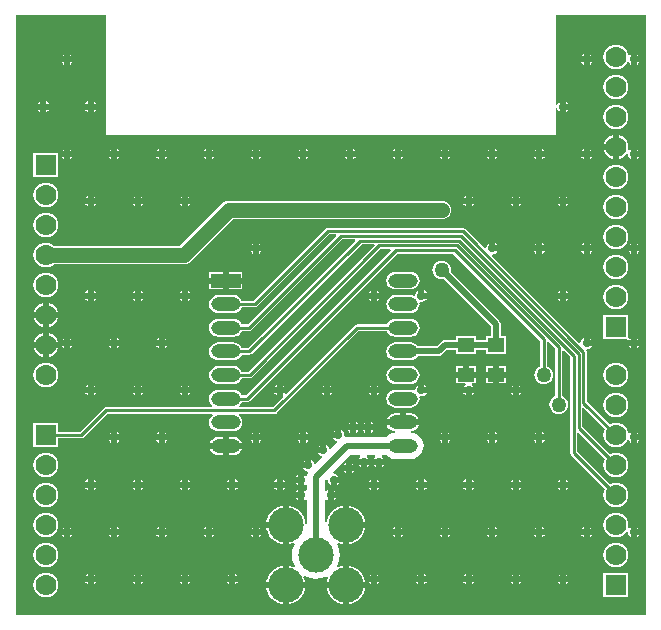
<source format=gtl>
G04*
G04 #@! TF.GenerationSoftware,Altium Limited,Altium Designer,18.1.9 (240)*
G04*
G04 Layer_Physical_Order=1*
G04 Layer_Color=255*
%FSLAX25Y25*%
%MOIN*%
G70*
G01*
G75*
%ADD12C,0.01000*%
%ADD13O,0.09843X0.04724*%
%ADD14R,0.05512X0.04724*%
%ADD15R,0.09843X0.04724*%
%ADD22C,0.02000*%
%ADD23C,0.05000*%
%ADD24C,0.07000*%
%ADD25R,0.07000X0.07000*%
%ADD26C,0.11811*%
%ADD27C,0.02799*%
%ADD28C,0.05000*%
G36*
X200000Y-10000D02*
X-10000D01*
Y190000D01*
X20000D01*
Y150000D01*
X170000D01*
Y158907D01*
X170500Y158957D01*
X170557Y158669D01*
X170999Y158007D01*
X171441Y157712D01*
Y159449D01*
Y161186D01*
X170999Y160890D01*
X170557Y160229D01*
X170500Y159941D01*
X170000Y159990D01*
Y190000D01*
X200000D01*
Y-10000D01*
D02*
G37*
%LPC*%
G36*
X197063Y176934D02*
Y176197D01*
X197800D01*
X197505Y176638D01*
X197063Y176934D01*
D02*
G37*
G36*
X181315D02*
Y176197D01*
X182052D01*
X181756Y176638D01*
X181315Y176934D01*
D02*
G37*
G36*
X179315D02*
X178873Y176638D01*
X178578Y176197D01*
X179315D01*
Y176934D01*
D02*
G37*
G36*
X8087D02*
Y176197D01*
X8823D01*
X8528Y176638D01*
X8087Y176934D01*
D02*
G37*
G36*
X6087D02*
X5645Y176638D01*
X5350Y176197D01*
X6087D01*
Y176934D01*
D02*
G37*
G36*
X197800Y174197D02*
X197063D01*
Y173460D01*
X197505Y173755D01*
X197800Y174197D01*
D02*
G37*
G36*
X190000Y180120D02*
X188930Y179979D01*
X187932Y179566D01*
X187076Y178908D01*
X186419Y178052D01*
X186005Y177055D01*
X185865Y175984D01*
X186005Y174914D01*
X186419Y173917D01*
X187076Y173060D01*
X187932Y172403D01*
X188930Y171990D01*
X190000Y171849D01*
X191070Y171990D01*
X192068Y172403D01*
X192924Y173060D01*
X193581Y173917D01*
X193726Y174265D01*
X193787Y174285D01*
X194272Y174278D01*
X194621Y173755D01*
X195063Y173460D01*
Y175197D01*
Y176934D01*
X194621Y176638D01*
X194565Y176554D01*
X194044Y176675D01*
X193994Y177055D01*
X193581Y178052D01*
X192924Y178908D01*
X192068Y179566D01*
X191070Y179979D01*
X190000Y180120D01*
D02*
G37*
G36*
X182052Y174197D02*
X181315D01*
Y173460D01*
X181756Y173755D01*
X182052Y174197D01*
D02*
G37*
G36*
X179315D02*
X178578D01*
X178873Y173755D01*
X179315Y173460D01*
Y174197D01*
D02*
G37*
G36*
X8823D02*
X8087D01*
Y173460D01*
X8528Y173755D01*
X8823Y174197D01*
D02*
G37*
G36*
X6087D02*
X5350D01*
X5645Y173755D01*
X6087Y173460D01*
Y174197D01*
D02*
G37*
G36*
X190000Y170120D02*
X188930Y169979D01*
X187932Y169566D01*
X187076Y168908D01*
X186419Y168052D01*
X186005Y167055D01*
X185865Y165984D01*
X186005Y164914D01*
X186419Y163917D01*
X187076Y163060D01*
X187932Y162403D01*
X188930Y161990D01*
X190000Y161849D01*
X191070Y161990D01*
X192068Y162403D01*
X192924Y163060D01*
X193581Y163917D01*
X193994Y164914D01*
X194135Y165984D01*
X193994Y167055D01*
X193581Y168052D01*
X192924Y168908D01*
X192068Y169566D01*
X191070Y169979D01*
X190000Y170120D01*
D02*
G37*
G36*
X173441Y161186D02*
Y160449D01*
X174178D01*
X173882Y160890D01*
X173441Y161186D01*
D02*
G37*
G36*
X15961D02*
Y160449D01*
X16697D01*
X16402Y160890D01*
X15961Y161186D01*
D02*
G37*
G36*
X13961D02*
X13519Y160890D01*
X13224Y160449D01*
X13961D01*
Y161186D01*
D02*
G37*
G36*
X213D02*
Y160449D01*
X949D01*
X654Y160890D01*
X213Y161186D01*
D02*
G37*
G36*
X-1787D02*
X-2229Y160890D01*
X-2524Y160449D01*
X-1787D01*
Y161186D01*
D02*
G37*
G36*
X174178Y158449D02*
X173441D01*
Y157712D01*
X173882Y158007D01*
X174178Y158449D01*
D02*
G37*
G36*
X16697D02*
X15961D01*
Y157712D01*
X16402Y158007D01*
X16697Y158449D01*
D02*
G37*
G36*
X13961D02*
X13224D01*
X13519Y158007D01*
X13961Y157712D01*
Y158449D01*
D02*
G37*
G36*
X949D02*
X213D01*
Y157712D01*
X654Y158007D01*
X949Y158449D01*
D02*
G37*
G36*
X-1787D02*
X-2524D01*
X-2229Y158007D01*
X-1787Y157712D01*
Y158449D01*
D02*
G37*
G36*
X190000Y160120D02*
X188930Y159979D01*
X187932Y159566D01*
X187076Y158908D01*
X186419Y158052D01*
X186005Y157055D01*
X185865Y155984D01*
X186005Y154914D01*
X186419Y153917D01*
X187076Y153060D01*
X187932Y152403D01*
X188930Y151990D01*
X190000Y151849D01*
X191070Y151990D01*
X192068Y152403D01*
X192924Y153060D01*
X193581Y153917D01*
X193994Y154914D01*
X194135Y155984D01*
X193994Y157055D01*
X193581Y158052D01*
X192924Y158908D01*
X192068Y159566D01*
X191070Y159979D01*
X190000Y160120D01*
D02*
G37*
G36*
X189000Y149988D02*
X188930Y149979D01*
X187932Y149566D01*
X187076Y148908D01*
X186419Y148052D01*
X186005Y147055D01*
X185996Y146984D01*
X189000D01*
Y149988D01*
D02*
G37*
G36*
X197063Y145438D02*
Y144701D01*
X197800D01*
X197505Y145142D01*
X197063Y145438D01*
D02*
G37*
G36*
X181315D02*
Y144701D01*
X182052D01*
X181756Y145142D01*
X181315Y145438D01*
D02*
G37*
G36*
X179315D02*
X178873Y145142D01*
X178578Y144701D01*
X179315D01*
Y145438D01*
D02*
G37*
G36*
X165567D02*
Y144701D01*
X166304D01*
X166008Y145142D01*
X165567Y145438D01*
D02*
G37*
G36*
X163567D02*
X163125Y145142D01*
X162830Y144701D01*
X163567D01*
Y145438D01*
D02*
G37*
G36*
X149819D02*
Y144701D01*
X150556D01*
X150260Y145142D01*
X149819Y145438D01*
D02*
G37*
G36*
X147819D02*
X147377Y145142D01*
X147082Y144701D01*
X147819D01*
Y145438D01*
D02*
G37*
G36*
X134071D02*
Y144701D01*
X134808D01*
X134512Y145142D01*
X134071Y145438D01*
D02*
G37*
G36*
X132071D02*
X131629Y145142D01*
X131334Y144701D01*
X132071D01*
Y145438D01*
D02*
G37*
G36*
X118323D02*
Y144701D01*
X119060D01*
X118764Y145142D01*
X118323Y145438D01*
D02*
G37*
G36*
X116323D02*
X115881Y145142D01*
X115586Y144701D01*
X116323D01*
Y145438D01*
D02*
G37*
G36*
X102575D02*
Y144701D01*
X103312D01*
X103016Y145142D01*
X102575Y145438D01*
D02*
G37*
G36*
X100575D02*
X100133Y145142D01*
X99838Y144701D01*
X100575D01*
Y145438D01*
D02*
G37*
G36*
X86827D02*
Y144701D01*
X87564D01*
X87268Y145142D01*
X86827Y145438D01*
D02*
G37*
G36*
X84827D02*
X84385Y145142D01*
X84090Y144701D01*
X84827D01*
Y145438D01*
D02*
G37*
G36*
X71079D02*
Y144701D01*
X71815D01*
X71520Y145142D01*
X71079Y145438D01*
D02*
G37*
G36*
X69079D02*
X68637Y145142D01*
X68342Y144701D01*
X69079D01*
Y145438D01*
D02*
G37*
G36*
X55331D02*
Y144701D01*
X56067D01*
X55772Y145142D01*
X55331Y145438D01*
D02*
G37*
G36*
X53331D02*
X52889Y145142D01*
X52594Y144701D01*
X53331D01*
Y145438D01*
D02*
G37*
G36*
X39583D02*
Y144701D01*
X40319D01*
X40024Y145142D01*
X39583Y145438D01*
D02*
G37*
G36*
X37583D02*
X37141Y145142D01*
X36846Y144701D01*
X37583D01*
Y145438D01*
D02*
G37*
G36*
X23835D02*
Y144701D01*
X24571D01*
X24276Y145142D01*
X23835Y145438D01*
D02*
G37*
G36*
X21835D02*
X21393Y145142D01*
X21098Y144701D01*
X21835D01*
Y145438D01*
D02*
G37*
G36*
X8087D02*
Y144701D01*
X8823D01*
X8528Y145142D01*
X8087Y145438D01*
D02*
G37*
G36*
X6087D02*
X5645Y145142D01*
X5350Y144701D01*
X6087D01*
Y145438D01*
D02*
G37*
G36*
X189000Y144984D02*
X185996D01*
X186005Y144914D01*
X186419Y143917D01*
X187076Y143060D01*
X187932Y142403D01*
X188930Y141990D01*
X189000Y141981D01*
Y144984D01*
D02*
G37*
G36*
X197800Y142701D02*
X197063D01*
Y141964D01*
X197505Y142259D01*
X197800Y142701D01*
D02*
G37*
G36*
X191000Y149988D02*
Y145984D01*
Y141981D01*
X191070Y141990D01*
X192068Y142403D01*
X192924Y143060D01*
X193581Y143917D01*
X194026Y143707D01*
X194024Y143701D01*
X194179Y142921D01*
X194621Y142259D01*
X195063Y141964D01*
Y143701D01*
Y145438D01*
X194621Y145142D01*
X194506Y144970D01*
X194026Y145151D01*
X194135Y145984D01*
X193994Y147055D01*
X193581Y148052D01*
X192924Y148908D01*
X192068Y149566D01*
X191070Y149979D01*
X191000Y149988D01*
D02*
G37*
G36*
X182052Y142701D02*
X181315D01*
Y141964D01*
X181756Y142259D01*
X182052Y142701D01*
D02*
G37*
G36*
X179315D02*
X178578D01*
X178873Y142259D01*
X179315Y141964D01*
Y142701D01*
D02*
G37*
G36*
X166304D02*
X165567D01*
Y141964D01*
X166008Y142259D01*
X166304Y142701D01*
D02*
G37*
G36*
X163567D02*
X162830D01*
X163125Y142259D01*
X163567Y141964D01*
Y142701D01*
D02*
G37*
G36*
X150556D02*
X149819D01*
Y141964D01*
X150260Y142259D01*
X150556Y142701D01*
D02*
G37*
G36*
X147819D02*
X147082D01*
X147377Y142259D01*
X147819Y141964D01*
Y142701D01*
D02*
G37*
G36*
X134808D02*
X134071D01*
Y141964D01*
X134512Y142259D01*
X134808Y142701D01*
D02*
G37*
G36*
X132071D02*
X131334D01*
X131629Y142259D01*
X132071Y141964D01*
Y142701D01*
D02*
G37*
G36*
X119060D02*
X118323D01*
Y141964D01*
X118764Y142259D01*
X119060Y142701D01*
D02*
G37*
G36*
X116323D02*
X115586D01*
X115881Y142259D01*
X116323Y141964D01*
Y142701D01*
D02*
G37*
G36*
X103312D02*
X102575D01*
Y141964D01*
X103016Y142259D01*
X103312Y142701D01*
D02*
G37*
G36*
X100575D02*
X99838D01*
X100133Y142259D01*
X100575Y141964D01*
Y142701D01*
D02*
G37*
G36*
X87564D02*
X86827D01*
Y141964D01*
X87268Y142259D01*
X87564Y142701D01*
D02*
G37*
G36*
X84827D02*
X84090D01*
X84385Y142259D01*
X84827Y141964D01*
Y142701D01*
D02*
G37*
G36*
X71815D02*
X71079D01*
Y141964D01*
X71520Y142259D01*
X71815Y142701D01*
D02*
G37*
G36*
X69079D02*
X68342D01*
X68637Y142259D01*
X69079Y141964D01*
Y142701D01*
D02*
G37*
G36*
X56067D02*
X55331D01*
Y141964D01*
X55772Y142259D01*
X56067Y142701D01*
D02*
G37*
G36*
X53331D02*
X52594D01*
X52889Y142259D01*
X53331Y141964D01*
Y142701D01*
D02*
G37*
G36*
X40319D02*
X39583D01*
Y141964D01*
X40024Y142259D01*
X40319Y142701D01*
D02*
G37*
G36*
X37583D02*
X36846D01*
X37141Y142259D01*
X37583Y141964D01*
Y142701D01*
D02*
G37*
G36*
X24571D02*
X23835D01*
Y141964D01*
X24276Y142259D01*
X24571Y142701D01*
D02*
G37*
G36*
X21835D02*
X21098D01*
X21393Y142259D01*
X21835Y141964D01*
Y142701D01*
D02*
G37*
G36*
X8823D02*
X8087D01*
Y141964D01*
X8528Y142259D01*
X8823Y142701D01*
D02*
G37*
G36*
X6087D02*
X5350D01*
X5645Y142259D01*
X6087Y141964D01*
Y142701D01*
D02*
G37*
G36*
X4100Y144100D02*
X-4100D01*
Y135900D01*
X4100D01*
Y144100D01*
D02*
G37*
G36*
X190000Y140120D02*
X188930Y139979D01*
X187932Y139566D01*
X187076Y138908D01*
X186419Y138052D01*
X186005Y137055D01*
X185865Y135984D01*
X186005Y134914D01*
X186419Y133917D01*
X187076Y133060D01*
X187932Y132403D01*
X188930Y131990D01*
X190000Y131849D01*
X191070Y131990D01*
X192068Y132403D01*
X192924Y133060D01*
X193581Y133917D01*
X193994Y134914D01*
X194135Y135984D01*
X193994Y137055D01*
X193581Y138052D01*
X192924Y138908D01*
X192068Y139566D01*
X191070Y139979D01*
X190000Y140120D01*
D02*
G37*
G36*
X173441Y129689D02*
Y128953D01*
X174178D01*
X173882Y129394D01*
X173441Y129689D01*
D02*
G37*
G36*
X171441D02*
X170999Y129394D01*
X170704Y128953D01*
X171441D01*
Y129689D01*
D02*
G37*
G36*
X157693D02*
Y128953D01*
X158430D01*
X158134Y129394D01*
X157693Y129689D01*
D02*
G37*
G36*
X155693D02*
X155251Y129394D01*
X154956Y128953D01*
X155693D01*
Y129689D01*
D02*
G37*
G36*
X141945D02*
Y128953D01*
X142682D01*
X142386Y129394D01*
X141945Y129689D01*
D02*
G37*
G36*
X139945D02*
X139503Y129394D01*
X139208Y128953D01*
X139945D01*
Y129689D01*
D02*
G37*
G36*
X47457D02*
Y128953D01*
X48193D01*
X47898Y129394D01*
X47457Y129689D01*
D02*
G37*
G36*
X45457D02*
X45015Y129394D01*
X44720Y128953D01*
X45457D01*
Y129689D01*
D02*
G37*
G36*
X31709D02*
Y128953D01*
X32445D01*
X32150Y129394D01*
X31709Y129689D01*
D02*
G37*
G36*
X29709D02*
X29267Y129394D01*
X28972Y128953D01*
X29709D01*
Y129689D01*
D02*
G37*
G36*
X15961D02*
Y128953D01*
X16697D01*
X16402Y129394D01*
X15961Y129689D01*
D02*
G37*
G36*
X13961D02*
X13519Y129394D01*
X13224Y128953D01*
X13961D01*
Y129689D01*
D02*
G37*
G36*
X174178Y126953D02*
X173441D01*
Y126216D01*
X173882Y126511D01*
X174178Y126953D01*
D02*
G37*
G36*
X171441D02*
X170704D01*
X170999Y126511D01*
X171441Y126216D01*
Y126953D01*
D02*
G37*
G36*
X158430D02*
X157693D01*
Y126216D01*
X158134Y126511D01*
X158430Y126953D01*
D02*
G37*
G36*
X155693D02*
X154956D01*
X155251Y126511D01*
X155693Y126216D01*
Y126953D01*
D02*
G37*
G36*
X142682D02*
X141945D01*
Y126216D01*
X142386Y126511D01*
X142682Y126953D01*
D02*
G37*
G36*
X139945D02*
X139208D01*
X139503Y126511D01*
X139945Y126216D01*
Y126953D01*
D02*
G37*
G36*
X48193D02*
X47457D01*
Y126216D01*
X47898Y126511D01*
X48193Y126953D01*
D02*
G37*
G36*
X45457D02*
X44720D01*
X45015Y126511D01*
X45457Y126216D01*
Y126953D01*
D02*
G37*
G36*
X32445D02*
X31709D01*
Y126216D01*
X32150Y126511D01*
X32445Y126953D01*
D02*
G37*
G36*
X29709D02*
X28972D01*
X29267Y126511D01*
X29709Y126216D01*
Y126953D01*
D02*
G37*
G36*
X16697D02*
X15961D01*
Y126216D01*
X16402Y126511D01*
X16697Y126953D01*
D02*
G37*
G36*
X13961D02*
X13224D01*
X13519Y126511D01*
X13961Y126216D01*
Y126953D01*
D02*
G37*
G36*
X0Y134135D02*
X-1070Y133994D01*
X-2068Y133581D01*
X-2924Y132924D01*
X-3581Y132068D01*
X-3994Y131070D01*
X-4135Y130000D01*
X-3994Y128930D01*
X-3581Y127932D01*
X-2924Y127076D01*
X-2068Y126419D01*
X-1070Y126005D01*
X0Y125865D01*
X1070Y126005D01*
X2068Y126419D01*
X2924Y127076D01*
X3581Y127932D01*
X3994Y128930D01*
X4135Y130000D01*
X3994Y131070D01*
X3581Y132068D01*
X2924Y132924D01*
X2068Y133581D01*
X1070Y133994D01*
X0Y134135D01*
D02*
G37*
G36*
X190000Y130120D02*
X188930Y129979D01*
X187932Y129566D01*
X187076Y128908D01*
X186419Y128052D01*
X186005Y127055D01*
X185865Y125984D01*
X186005Y124914D01*
X186419Y123917D01*
X187076Y123060D01*
X187932Y122403D01*
X188930Y121990D01*
X190000Y121849D01*
X191070Y121990D01*
X192068Y122403D01*
X192924Y123060D01*
X193581Y123917D01*
X193994Y124914D01*
X194135Y125984D01*
X193994Y127055D01*
X193581Y128052D01*
X192924Y128908D01*
X192068Y129566D01*
X191070Y129979D01*
X190000Y130120D01*
D02*
G37*
G36*
X0Y124135D02*
X-1070Y123995D01*
X-2068Y123581D01*
X-2924Y122924D01*
X-3581Y122068D01*
X-3994Y121070D01*
X-4135Y120000D01*
X-3994Y118930D01*
X-3581Y117932D01*
X-2924Y117076D01*
X-2068Y116419D01*
X-1070Y116006D01*
X0Y115865D01*
X1070Y116006D01*
X2068Y116419D01*
X2924Y117076D01*
X3581Y117932D01*
X3994Y118930D01*
X4135Y120000D01*
X3994Y121070D01*
X3581Y122068D01*
X2924Y122924D01*
X2068Y123581D01*
X1070Y123995D01*
X0Y124135D01*
D02*
G37*
G36*
X197063Y113941D02*
Y113205D01*
X197800D01*
X197505Y113646D01*
X197063Y113941D01*
D02*
G37*
G36*
X195063D02*
X194621Y113646D01*
X194326Y113205D01*
X195063D01*
Y113941D01*
D02*
G37*
G36*
X181315D02*
Y113205D01*
X182052D01*
X181756Y113646D01*
X181315Y113941D01*
D02*
G37*
G36*
X179315D02*
X178873Y113646D01*
X178578Y113205D01*
X179315D01*
Y113941D01*
D02*
G37*
G36*
X165567D02*
Y113205D01*
X166304D01*
X166008Y113646D01*
X165567Y113941D01*
D02*
G37*
G36*
X163567D02*
X163125Y113646D01*
X162830Y113205D01*
X163567D01*
Y113941D01*
D02*
G37*
G36*
X149819D02*
Y113205D01*
X150556D01*
X150260Y113646D01*
X149819Y113941D01*
D02*
G37*
G36*
X71079D02*
Y113205D01*
X71815D01*
X71520Y113646D01*
X71079Y113941D01*
D02*
G37*
G36*
X69079D02*
X68637Y113646D01*
X68342Y113205D01*
X69079D01*
Y113941D01*
D02*
G37*
G36*
X132000Y128127D02*
X61028D01*
X60218Y128020D01*
X59464Y127708D01*
X58817Y127211D01*
X58817Y127211D01*
X44732Y113127D01*
X2660D01*
X2068Y113581D01*
X1070Y113995D01*
X0Y114135D01*
X-1070Y113995D01*
X-2068Y113581D01*
X-2924Y112924D01*
X-3581Y112068D01*
X-3994Y111070D01*
X-4135Y110000D01*
X-3994Y108930D01*
X-3581Y107932D01*
X-2924Y107076D01*
X-2068Y106419D01*
X-1070Y106006D01*
X0Y105865D01*
X1070Y106006D01*
X2068Y106419D01*
X2660Y106873D01*
X46027D01*
X46028Y106873D01*
X46837Y106980D01*
X47591Y107292D01*
X48239Y107789D01*
X62323Y121873D01*
X132000D01*
X132809Y121980D01*
X133563Y122292D01*
X134211Y122789D01*
X134708Y123437D01*
X135020Y124191D01*
X135127Y125000D01*
X135020Y125809D01*
X134708Y126563D01*
X134211Y127211D01*
X133563Y127708D01*
X132809Y128020D01*
X132000Y128127D01*
D02*
G37*
G36*
X190000Y120120D02*
X188930Y119979D01*
X187932Y119566D01*
X187076Y118908D01*
X186419Y118052D01*
X186005Y117055D01*
X185865Y115984D01*
X186005Y114914D01*
X186419Y113917D01*
X187076Y113060D01*
X187932Y112403D01*
X188930Y111990D01*
X190000Y111849D01*
X191070Y111990D01*
X192068Y112403D01*
X192924Y113060D01*
X193581Y113917D01*
X193994Y114914D01*
X194135Y115984D01*
X193994Y117055D01*
X193581Y118052D01*
X192924Y118908D01*
X192068Y119566D01*
X191070Y119979D01*
X190000Y120120D01*
D02*
G37*
G36*
X197800Y111205D02*
X197063D01*
Y110468D01*
X197505Y110763D01*
X197800Y111205D01*
D02*
G37*
G36*
X195063D02*
X194326D01*
X194621Y110763D01*
X195063Y110468D01*
Y111205D01*
D02*
G37*
G36*
X182052D02*
X181315D01*
Y110468D01*
X181756Y110763D01*
X182052Y111205D01*
D02*
G37*
G36*
X179315D02*
X178578D01*
X178873Y110763D01*
X179315Y110468D01*
Y111205D01*
D02*
G37*
G36*
X166304D02*
X165567D01*
Y110468D01*
X166008Y110763D01*
X166304Y111205D01*
D02*
G37*
G36*
X163567D02*
X162830D01*
X163125Y110763D01*
X163567Y110468D01*
Y111205D01*
D02*
G37*
G36*
X71815D02*
X71079D01*
Y110468D01*
X71520Y110763D01*
X71815Y111205D01*
D02*
G37*
G36*
X69079D02*
X68342D01*
X68637Y110763D01*
X69079Y110468D01*
Y111205D01*
D02*
G37*
G36*
X65521Y104458D02*
X61000D01*
Y102496D01*
X65521D01*
Y104458D01*
D02*
G37*
G36*
X59000D02*
X54479D01*
Y102496D01*
X59000D01*
Y104458D01*
D02*
G37*
G36*
X190000Y110120D02*
X188930Y109979D01*
X187932Y109566D01*
X187076Y108908D01*
X186419Y108052D01*
X186005Y107055D01*
X185865Y105984D01*
X186005Y104914D01*
X186419Y103917D01*
X187076Y103060D01*
X187932Y102403D01*
X188930Y101990D01*
X190000Y101849D01*
X191070Y101990D01*
X192068Y102403D01*
X192924Y103060D01*
X193581Y103917D01*
X193994Y104914D01*
X194135Y105984D01*
X193994Y107055D01*
X193581Y108052D01*
X192924Y108908D01*
X192068Y109566D01*
X191070Y109979D01*
X190000Y110120D01*
D02*
G37*
G36*
X65521Y100496D02*
X61000D01*
Y98534D01*
X65521D01*
Y100496D01*
D02*
G37*
G36*
X59000D02*
X54479D01*
Y98534D01*
X59000D01*
Y100496D01*
D02*
G37*
G36*
X121614Y104484D02*
X116496D01*
X115723Y104382D01*
X115002Y104084D01*
X114383Y103609D01*
X113909Y102990D01*
X113610Y102269D01*
X113508Y101496D01*
X113610Y100723D01*
X113909Y100002D01*
X114383Y99383D01*
X115002Y98909D01*
X115723Y98610D01*
X116496Y98508D01*
X121614D01*
X122388Y98610D01*
X123108Y98909D01*
X123727Y99383D01*
X124202Y100002D01*
X124500Y100723D01*
X124602Y101496D01*
X124500Y102269D01*
X124202Y102990D01*
X123727Y103609D01*
X123108Y104084D01*
X122388Y104382D01*
X121614Y104484D01*
D02*
G37*
G36*
X173441Y98193D02*
Y97457D01*
X174178D01*
X173882Y97898D01*
X173441Y98193D01*
D02*
G37*
G36*
X171441D02*
X170999Y97898D01*
X170704Y97457D01*
X171441D01*
Y98193D01*
D02*
G37*
G36*
X126197D02*
Y97457D01*
X126934D01*
X126638Y97898D01*
X126197Y98193D01*
D02*
G37*
G36*
X110449D02*
Y97457D01*
X111186D01*
X110890Y97898D01*
X110449Y98193D01*
D02*
G37*
G36*
X108449D02*
X108007Y97898D01*
X107712Y97457D01*
X108449D01*
Y98193D01*
D02*
G37*
G36*
X47457D02*
Y97457D01*
X48193D01*
X47898Y97898D01*
X47457Y98193D01*
D02*
G37*
G36*
X45457D02*
X45015Y97898D01*
X44720Y97457D01*
X45457D01*
Y98193D01*
D02*
G37*
G36*
X31709D02*
Y97457D01*
X32445D01*
X32150Y97898D01*
X31709Y98193D01*
D02*
G37*
G36*
X29709D02*
X29267Y97898D01*
X28972Y97457D01*
X29709D01*
Y98193D01*
D02*
G37*
G36*
X15961D02*
Y97457D01*
X16697D01*
X16402Y97898D01*
X15961Y98193D01*
D02*
G37*
G36*
X13961D02*
X13519Y97898D01*
X13224Y97457D01*
X13961D01*
Y98193D01*
D02*
G37*
G36*
X124197D02*
X123755Y97898D01*
X123313Y97237D01*
X123208Y96709D01*
X122734Y96398D01*
X122674Y96390D01*
X122388Y96508D01*
X121614Y96610D01*
X116496D01*
X115723Y96508D01*
X115002Y96210D01*
X114383Y95735D01*
X113909Y95116D01*
X113610Y94395D01*
X113508Y93622D01*
X113610Y92849D01*
X113909Y92128D01*
X114383Y91509D01*
X115002Y91035D01*
X115723Y90736D01*
X116496Y90634D01*
X121614D01*
X122388Y90736D01*
X123108Y91035D01*
X123727Y91509D01*
X124202Y92128D01*
X124500Y92849D01*
X124602Y93622D01*
X124547Y94037D01*
X124996Y94458D01*
X125197Y94418D01*
X125977Y94573D01*
X126638Y95015D01*
X126934Y95457D01*
X125197D01*
Y96457D01*
X124197D01*
Y98193D01*
D02*
G37*
G36*
X0Y104135D02*
X-1070Y103995D01*
X-2068Y103581D01*
X-2924Y102924D01*
X-3581Y102068D01*
X-3994Y101070D01*
X-4135Y100000D01*
X-3994Y98930D01*
X-3581Y97932D01*
X-2924Y97076D01*
X-2068Y96419D01*
X-1070Y96005D01*
X0Y95865D01*
X1070Y96005D01*
X2068Y96419D01*
X2924Y97076D01*
X3581Y97932D01*
X3994Y98930D01*
X4135Y100000D01*
X3994Y101070D01*
X3581Y102068D01*
X2924Y102924D01*
X2068Y103581D01*
X1070Y103995D01*
X0Y104135D01*
D02*
G37*
G36*
X174178Y95457D02*
X173441D01*
Y94720D01*
X173882Y95015D01*
X174178Y95457D01*
D02*
G37*
G36*
X171441D02*
X170704D01*
X170999Y95015D01*
X171441Y94720D01*
Y95457D01*
D02*
G37*
G36*
X111186D02*
X110449D01*
Y94720D01*
X110890Y95015D01*
X111186Y95457D01*
D02*
G37*
G36*
X108449D02*
X107712D01*
X108007Y95015D01*
X108449Y94720D01*
Y95457D01*
D02*
G37*
G36*
X48193D02*
X47457D01*
Y94720D01*
X47898Y95015D01*
X48193Y95457D01*
D02*
G37*
G36*
X45457D02*
X44720D01*
X45015Y95015D01*
X45457Y94720D01*
Y95457D01*
D02*
G37*
G36*
X32445D02*
X31709D01*
Y94720D01*
X32150Y95015D01*
X32445Y95457D01*
D02*
G37*
G36*
X29709D02*
X28972D01*
X29267Y95015D01*
X29709Y94720D01*
Y95457D01*
D02*
G37*
G36*
X16697D02*
X15961D01*
Y94720D01*
X16402Y95015D01*
X16697Y95457D01*
D02*
G37*
G36*
X13961D02*
X13224D01*
X13519Y95015D01*
X13961Y94720D01*
Y95457D01*
D02*
G37*
G36*
X190000Y100120D02*
X188930Y99979D01*
X187932Y99566D01*
X187076Y98908D01*
X186419Y98052D01*
X186005Y97055D01*
X185865Y95984D01*
X186005Y94914D01*
X186419Y93917D01*
X187076Y93060D01*
X187932Y92403D01*
X188930Y91990D01*
X190000Y91849D01*
X191070Y91990D01*
X192068Y92403D01*
X192924Y93060D01*
X193581Y93917D01*
X193994Y94914D01*
X194135Y95984D01*
X193994Y97055D01*
X193581Y98052D01*
X192924Y98908D01*
X192068Y99566D01*
X191070Y99979D01*
X190000Y100120D01*
D02*
G37*
G36*
X1000Y94004D02*
Y91000D01*
X4004D01*
X3994Y91070D01*
X3581Y92068D01*
X2924Y92924D01*
X2068Y93581D01*
X1070Y93994D01*
X1000Y94004D01*
D02*
G37*
G36*
X-1000D02*
X-1070Y93994D01*
X-2068Y93581D01*
X-2924Y92924D01*
X-3581Y92068D01*
X-3994Y91070D01*
X-4004Y91000D01*
X-1000D01*
Y94004D01*
D02*
G37*
G36*
X4004Y89000D02*
X1000D01*
Y85996D01*
X1070Y86006D01*
X2068Y86419D01*
X2924Y87076D01*
X3581Y87932D01*
X3994Y88930D01*
X4004Y89000D01*
D02*
G37*
G36*
X-1000D02*
X-4004D01*
X-3994Y88930D01*
X-3581Y87932D01*
X-2924Y87076D01*
X-2068Y86419D01*
X-1070Y86006D01*
X-1000Y85996D01*
Y89000D01*
D02*
G37*
G36*
X197063Y82445D02*
Y81709D01*
X197800D01*
X197505Y82150D01*
X197063Y82445D01*
D02*
G37*
G36*
X194100Y90084D02*
X185900D01*
Y81884D01*
X193842Y81884D01*
X193852Y81873D01*
X193966Y81709D01*
X195063D01*
Y82445D01*
X194621Y82150D01*
X194600Y82118D01*
X194100Y82270D01*
X194100Y82271D01*
X194100Y82271D01*
X194100Y82278D01*
Y90084D01*
D02*
G37*
G36*
X181315Y82445D02*
Y81709D01*
X182052D01*
X181756Y82150D01*
X181315Y82445D01*
D02*
G37*
G36*
X39583D02*
Y81709D01*
X40319D01*
X40024Y82150D01*
X39583Y82445D01*
D02*
G37*
G36*
X37583D02*
X37141Y82150D01*
X36846Y81709D01*
X37583D01*
Y82445D01*
D02*
G37*
G36*
X23835D02*
Y81709D01*
X24571D01*
X24276Y82150D01*
X23835Y82445D01*
D02*
G37*
G36*
X21835D02*
X21393Y82150D01*
X21098Y81709D01*
X21835D01*
Y82445D01*
D02*
G37*
G36*
X8087D02*
Y81709D01*
X8823D01*
X8528Y82150D01*
X8087Y82445D01*
D02*
G37*
G36*
X6087D02*
X5645Y82150D01*
X5350Y81709D01*
X6087D01*
Y82445D01*
D02*
G37*
G36*
X132000Y108127D02*
X131191Y108020D01*
X130437Y107708D01*
X129789Y107211D01*
X129292Y106563D01*
X128980Y105809D01*
X128873Y105000D01*
X128980Y104191D01*
X129292Y103437D01*
X129789Y102789D01*
X130437Y102292D01*
X131191Y101980D01*
X132000Y101873D01*
X132724Y101969D01*
X148369Y86324D01*
Y82962D01*
X146644D01*
Y81631D01*
X143356D01*
Y82962D01*
X136644D01*
Y81631D01*
X133000D01*
X132376Y81507D01*
X131846Y81154D01*
X130324Y79631D01*
X124000D01*
X123727Y79987D01*
X123108Y80462D01*
X122388Y80760D01*
X121614Y80862D01*
X116496D01*
X115723Y80760D01*
X115002Y80462D01*
X114383Y79987D01*
X113909Y79368D01*
X113610Y78647D01*
X113508Y77874D01*
X113610Y77101D01*
X113909Y76380D01*
X114383Y75761D01*
X115002Y75287D01*
X115723Y74988D01*
X116496Y74886D01*
X121614D01*
X122388Y74988D01*
X123108Y75287D01*
X123727Y75761D01*
X124193Y76369D01*
X131000D01*
X131624Y76493D01*
X132153Y76846D01*
X133676Y78369D01*
X136644D01*
Y77038D01*
X143356D01*
Y78369D01*
X146644D01*
Y77038D01*
X153356D01*
Y82962D01*
X151631D01*
Y87000D01*
X151507Y87624D01*
X151154Y88153D01*
X135031Y104276D01*
X135127Y105000D01*
X135020Y105809D01*
X134708Y106563D01*
X134211Y107211D01*
X133563Y107708D01*
X132809Y108020D01*
X132000Y108127D01*
D02*
G37*
G36*
X1000Y84004D02*
Y81000D01*
X4004D01*
X3994Y81070D01*
X3581Y82068D01*
X2924Y82924D01*
X2068Y83581D01*
X1070Y83995D01*
X1000Y84004D01*
D02*
G37*
G36*
X-1000D02*
X-1070Y83995D01*
X-2068Y83581D01*
X-2924Y82924D01*
X-3581Y82068D01*
X-3994Y81070D01*
X-4004Y81000D01*
X-1000D01*
Y84004D01*
D02*
G37*
G36*
X197800Y79709D02*
X197063D01*
Y78972D01*
X197505Y79267D01*
X197800Y79709D01*
D02*
G37*
G36*
X195063D02*
X194326D01*
X194621Y79267D01*
X195063Y78972D01*
Y79709D01*
D02*
G37*
G36*
X40319D02*
X39583D01*
Y78972D01*
X40024Y79267D01*
X40319Y79709D01*
D02*
G37*
G36*
X37583D02*
X36846D01*
X37141Y79267D01*
X37583Y78972D01*
Y79709D01*
D02*
G37*
G36*
X24571D02*
X23835D01*
Y78972D01*
X24276Y79267D01*
X24571Y79709D01*
D02*
G37*
G36*
X21835D02*
X21098D01*
X21393Y79267D01*
X21835Y78972D01*
Y79709D01*
D02*
G37*
G36*
X8823D02*
X8087D01*
Y78972D01*
X8528Y79267D01*
X8823Y79709D01*
D02*
G37*
G36*
X6087D02*
X5350D01*
X5645Y79267D01*
X6087Y78972D01*
Y79709D01*
D02*
G37*
G36*
X4004Y79000D02*
X1000D01*
Y75996D01*
X1070Y76006D01*
X2068Y76419D01*
X2924Y77076D01*
X3581Y77932D01*
X3994Y78930D01*
X4004Y79000D01*
D02*
G37*
G36*
X-1000D02*
X-4004D01*
X-3994Y78930D01*
X-3581Y77932D01*
X-2924Y77076D01*
X-2068Y76419D01*
X-1070Y76006D01*
X-1000Y75996D01*
Y79000D01*
D02*
G37*
G36*
X153356Y73120D02*
X151000D01*
Y71157D01*
X153356D01*
Y73120D01*
D02*
G37*
G36*
X143356D02*
X141000D01*
Y71157D01*
X143356D01*
Y73120D01*
D02*
G37*
G36*
X149000D02*
X146644D01*
Y71157D01*
X149000D01*
Y73120D01*
D02*
G37*
G36*
X139000D02*
X136644D01*
Y71157D01*
X139000D01*
Y73120D01*
D02*
G37*
G36*
X153356Y69157D02*
X151000D01*
Y67195D01*
X153356D01*
Y69157D01*
D02*
G37*
G36*
X149000D02*
X146644D01*
Y67195D01*
X149000D01*
Y69157D01*
D02*
G37*
G36*
X121614Y72988D02*
X116496D01*
X115723Y72886D01*
X115002Y72588D01*
X114383Y72113D01*
X113909Y71494D01*
X113610Y70773D01*
X113508Y70000D01*
X113610Y69227D01*
X113909Y68506D01*
X114383Y67887D01*
X115002Y67413D01*
X115723Y67114D01*
X116496Y67012D01*
X121614D01*
X122388Y67114D01*
X123108Y67413D01*
X123727Y67887D01*
X124202Y68506D01*
X124500Y69227D01*
X124602Y70000D01*
X124500Y70773D01*
X124202Y71494D01*
X123727Y72113D01*
X123108Y72588D01*
X122388Y72886D01*
X121614Y72988D01*
D02*
G37*
G36*
X157693Y66697D02*
Y65961D01*
X158430D01*
X158134Y66402D01*
X157693Y66697D01*
D02*
G37*
G36*
X155693D02*
X155251Y66402D01*
X154956Y65961D01*
X155693D01*
Y66697D01*
D02*
G37*
G36*
X143356Y69157D02*
X140000D01*
X136644D01*
Y67195D01*
X139790D01*
X139942Y66695D01*
X139503Y66402D01*
X139208Y65961D01*
X142682D01*
X142386Y66402D01*
X141948Y66695D01*
X142100Y67195D01*
X143356D01*
Y69157D01*
D02*
G37*
G36*
X126197Y66697D02*
Y65961D01*
X126934D01*
X126638Y66402D01*
X126197Y66697D01*
D02*
G37*
G36*
X110449D02*
Y65961D01*
X111186D01*
X110890Y66402D01*
X110449Y66697D01*
D02*
G37*
G36*
X108449D02*
X108007Y66402D01*
X107712Y65961D01*
X108449D01*
Y66697D01*
D02*
G37*
G36*
X94701D02*
Y65961D01*
X95438D01*
X95142Y66402D01*
X94701Y66697D01*
D02*
G37*
G36*
X92701D02*
X92259Y66402D01*
X91964Y65961D01*
X92701D01*
Y66697D01*
D02*
G37*
G36*
X78953D02*
Y65961D01*
X79689D01*
X79394Y66402D01*
X78953Y66697D01*
D02*
G37*
G36*
X76953D02*
X76511Y66402D01*
X76216Y65961D01*
X76953D01*
Y66697D01*
D02*
G37*
G36*
X47457D02*
Y65961D01*
X48193D01*
X47898Y66402D01*
X47457Y66697D01*
D02*
G37*
G36*
X45457D02*
X45015Y66402D01*
X44720Y65961D01*
X45457D01*
Y66697D01*
D02*
G37*
G36*
X31709D02*
Y65961D01*
X32445D01*
X32150Y66402D01*
X31709Y66697D01*
D02*
G37*
G36*
X29709D02*
X29267Y66402D01*
X28972Y65961D01*
X29709D01*
Y66697D01*
D02*
G37*
G36*
X15961D02*
Y65961D01*
X16697D01*
X16402Y66402D01*
X15961Y66697D01*
D02*
G37*
G36*
X13961D02*
X13519Y66402D01*
X13224Y65961D01*
X13961D01*
Y66697D01*
D02*
G37*
G36*
X190000Y74135D02*
X188930Y73994D01*
X187932Y73581D01*
X187076Y72924D01*
X186419Y72068D01*
X186005Y71070D01*
X185865Y70000D01*
X186005Y68930D01*
X186419Y67932D01*
X187076Y67076D01*
X187932Y66419D01*
X188930Y66005D01*
X190000Y65865D01*
X191070Y66005D01*
X192068Y66419D01*
X192924Y67076D01*
X193581Y67932D01*
X193994Y68930D01*
X194135Y70000D01*
X193994Y71070D01*
X193581Y72068D01*
X192924Y72924D01*
X192068Y73581D01*
X191070Y73994D01*
X190000Y74135D01*
D02*
G37*
G36*
X0D02*
X-1070Y73994D01*
X-2068Y73581D01*
X-2924Y72924D01*
X-3581Y72068D01*
X-3994Y71070D01*
X-4135Y70000D01*
X-3994Y68930D01*
X-3581Y67932D01*
X-2924Y67076D01*
X-2068Y66419D01*
X-1070Y66005D01*
X0Y65865D01*
X1070Y66005D01*
X2068Y66419D01*
X2924Y67076D01*
X3581Y67932D01*
X3994Y68930D01*
X4135Y70000D01*
X3994Y71070D01*
X3581Y72068D01*
X2924Y72924D01*
X2068Y73581D01*
X1070Y73994D01*
X0Y74135D01*
D02*
G37*
G36*
X124197Y66697D02*
X123755Y66402D01*
X123313Y65741D01*
X123208Y65213D01*
X122734Y64902D01*
X122674Y64893D01*
X122388Y65012D01*
X121614Y65114D01*
X116496D01*
X115723Y65012D01*
X115002Y64714D01*
X114383Y64239D01*
X113909Y63620D01*
X113610Y62899D01*
X113508Y62126D01*
X113610Y61353D01*
X113909Y60632D01*
X114383Y60013D01*
X115002Y59539D01*
X115723Y59240D01*
X116496Y59138D01*
X121614D01*
X122388Y59240D01*
X123108Y59539D01*
X123727Y60013D01*
X124202Y60632D01*
X124500Y61353D01*
X124602Y62126D01*
X124547Y62541D01*
X124996Y62962D01*
X125197Y62922D01*
X125977Y63077D01*
X126638Y63519D01*
X126934Y63961D01*
X125197D01*
Y64961D01*
X124197D01*
Y66697D01*
D02*
G37*
G36*
X158430Y63961D02*
X157693D01*
Y63224D01*
X158134Y63519D01*
X158430Y63961D01*
D02*
G37*
G36*
X155693D02*
X154956D01*
X155251Y63519D01*
X155693Y63224D01*
Y63961D01*
D02*
G37*
G36*
X142682D02*
X141945D01*
Y63224D01*
X142386Y63519D01*
X142682Y63961D01*
D02*
G37*
G36*
X139945D02*
X139208D01*
X139503Y63519D01*
X139945Y63224D01*
Y63961D01*
D02*
G37*
G36*
X111186D02*
X110449D01*
Y63224D01*
X110890Y63519D01*
X111186Y63961D01*
D02*
G37*
G36*
X108449D02*
X107712D01*
X108007Y63519D01*
X108449Y63224D01*
Y63961D01*
D02*
G37*
G36*
X95438D02*
X94701D01*
Y63224D01*
X95142Y63519D01*
X95438Y63961D01*
D02*
G37*
G36*
X92701D02*
X91964D01*
X92259Y63519D01*
X92701Y63224D01*
Y63961D01*
D02*
G37*
G36*
X76953D02*
X76216D01*
X76511Y63519D01*
X76953Y63224D01*
Y63961D01*
D02*
G37*
G36*
X48193D02*
X47457D01*
Y63224D01*
X47898Y63519D01*
X48193Y63961D01*
D02*
G37*
G36*
X45457D02*
X44720D01*
X45015Y63519D01*
X45457Y63224D01*
Y63961D01*
D02*
G37*
G36*
X32445D02*
X31709D01*
Y63224D01*
X32150Y63519D01*
X32445Y63961D01*
D02*
G37*
G36*
X29709D02*
X28972D01*
X29267Y63519D01*
X29709Y63224D01*
Y63961D01*
D02*
G37*
G36*
X16697D02*
X15961D01*
Y63224D01*
X16402Y63519D01*
X16697Y63961D01*
D02*
G37*
G36*
X13961D02*
X13224D01*
X13519Y63519D01*
X13961Y63224D01*
Y63961D01*
D02*
G37*
G36*
X190000Y64135D02*
X188930Y63994D01*
X187932Y63581D01*
X187076Y62924D01*
X186419Y62068D01*
X186005Y61070D01*
X185865Y60000D01*
X186005Y58930D01*
X186419Y57932D01*
X187076Y57076D01*
X187932Y56419D01*
X188930Y56006D01*
X190000Y55865D01*
X191070Y56006D01*
X192068Y56419D01*
X192924Y57076D01*
X193581Y57932D01*
X193994Y58930D01*
X194135Y60000D01*
X193994Y61070D01*
X193581Y62068D01*
X192924Y62924D01*
X192068Y63581D01*
X191070Y63994D01*
X190000Y64135D01*
D02*
G37*
G36*
X121614Y57240D02*
X120055D01*
Y55252D01*
X124406D01*
X124202Y55746D01*
X123727Y56365D01*
X123108Y56839D01*
X122388Y57138D01*
X121614Y57240D01*
D02*
G37*
G36*
X118055D02*
X116496D01*
X115723Y57138D01*
X115002Y56839D01*
X114383Y56365D01*
X113909Y55746D01*
X113704Y55252D01*
X118055D01*
Y57240D01*
D02*
G37*
G36*
X108500Y54237D02*
Y53500D01*
X109237D01*
X108942Y53942D01*
X108500Y54237D01*
D02*
G37*
G36*
X106500D02*
X106058Y53942D01*
X105763Y53500D01*
X106500D01*
Y54237D01*
D02*
G37*
G36*
X103500D02*
Y53500D01*
X104237D01*
X103942Y53942D01*
X103500Y54237D01*
D02*
G37*
G36*
X101500D02*
X101058Y53942D01*
X100763Y53500D01*
X101500D01*
Y54237D01*
D02*
G37*
G36*
X96500Y51737D02*
X96058Y51442D01*
X95763Y51000D01*
X96500D01*
Y51737D01*
D02*
G37*
G36*
X109237Y51500D02*
X108500D01*
Y50763D01*
X108942Y51058D01*
X109237Y51500D01*
D02*
G37*
G36*
X106500D02*
X105763D01*
X106058Y51058D01*
X106500Y50763D01*
Y51500D01*
D02*
G37*
G36*
X104237D02*
X103500D01*
Y50763D01*
X103942Y51058D01*
X104237Y51500D01*
D02*
G37*
G36*
X101500D02*
X100763D01*
X101058Y51058D01*
X101500Y50763D01*
Y51500D01*
D02*
G37*
G36*
X197063Y50949D02*
Y50213D01*
X197800D01*
X197505Y50654D01*
X197063Y50949D01*
D02*
G37*
G36*
X165567D02*
Y50213D01*
X166304D01*
X166008Y50654D01*
X165567Y50949D01*
D02*
G37*
G36*
X163567D02*
X163125Y50654D01*
X162830Y50213D01*
X163567D01*
Y50949D01*
D02*
G37*
G36*
X149819D02*
Y50213D01*
X150556D01*
X150260Y50654D01*
X149819Y50949D01*
D02*
G37*
G36*
X147819D02*
X147377Y50654D01*
X147082Y50213D01*
X147819D01*
Y50949D01*
D02*
G37*
G36*
X134071D02*
Y50213D01*
X134808D01*
X134512Y50654D01*
X134071Y50949D01*
D02*
G37*
G36*
X132071D02*
X131629Y50654D01*
X131334Y50213D01*
X132071D01*
Y50949D01*
D02*
G37*
G36*
X86827D02*
Y50213D01*
X87564D01*
X87268Y50654D01*
X86827Y50949D01*
D02*
G37*
G36*
X84827D02*
X84385Y50654D01*
X84090Y50213D01*
X84827D01*
Y50949D01*
D02*
G37*
G36*
X71079D02*
Y50213D01*
X71815D01*
X71520Y50654D01*
X71079Y50949D01*
D02*
G37*
G36*
X69079D02*
X68637Y50654D01*
X68342Y50213D01*
X69079D01*
Y50949D01*
D02*
G37*
G36*
X39583D02*
Y50213D01*
X40319D01*
X40024Y50654D01*
X39583Y50949D01*
D02*
G37*
G36*
X37583D02*
X37141Y50654D01*
X36846Y50213D01*
X37583D01*
Y50949D01*
D02*
G37*
G36*
X23835D02*
Y50213D01*
X24571D01*
X24276Y50654D01*
X23835Y50949D01*
D02*
G37*
G36*
X21835D02*
X21393Y50654D01*
X21098Y50213D01*
X21835D01*
Y50949D01*
D02*
G37*
G36*
X124406Y53252D02*
X113704D01*
X113909Y52758D01*
X114383Y52139D01*
X115002Y51665D01*
X115723Y51366D01*
X116428Y51273D01*
Y50769D01*
X115357Y50628D01*
X114296Y50188D01*
X113385Y49489D01*
X113320Y49404D01*
X100378D01*
X99918Y49343D01*
X99494Y49776D01*
X99539Y50000D01*
X99384Y50780D01*
X98942Y51442D01*
X98500Y51737D01*
Y50000D01*
X97500D01*
Y49000D01*
X95763D01*
X96058Y48558D01*
X96720Y48116D01*
X97062Y48048D01*
X97227Y47506D01*
X94994Y45273D01*
X94452Y45438D01*
X94384Y45780D01*
X93942Y46442D01*
X93500Y46737D01*
Y45000D01*
X92500D01*
Y44000D01*
X90763D01*
X91058Y43558D01*
X91720Y43116D01*
X92062Y43048D01*
X92227Y42506D01*
X89994Y40273D01*
X89452Y40438D01*
X89384Y40780D01*
X88942Y41442D01*
X88500Y41737D01*
Y40000D01*
X87500D01*
Y39000D01*
X85763D01*
X86058Y38558D01*
X86720Y38116D01*
X87147Y38031D01*
X87372Y37530D01*
X87365Y37478D01*
X87077Y36783D01*
X87034Y36455D01*
X86514Y36334D01*
X86442Y36442D01*
X86000Y36737D01*
Y35000D01*
Y33263D01*
X86442Y33558D01*
X86474Y33607D01*
X86974Y33455D01*
Y31545D01*
X86474Y31393D01*
X86442Y31442D01*
X86000Y31737D01*
Y30000D01*
Y28263D01*
X86442Y28558D01*
X86474Y28607D01*
X86974Y28455D01*
Y20680D01*
X86710Y20290D01*
X86710Y20290D01*
Y20290D01*
X86474Y20278D01*
X86473Y20291D01*
X86372Y21315D01*
X86000Y22541D01*
X85396Y23671D01*
X84583Y24662D01*
X83592Y25475D01*
X82462Y26079D01*
X81236Y26451D01*
X80961Y26478D01*
Y20039D01*
Y13601D01*
X81236Y13628D01*
X82462Y14000D01*
X82665Y14108D01*
X83034Y13739D01*
X82661Y13040D01*
X82209Y11550D01*
X82056Y10000D01*
X82209Y8450D01*
X82661Y6960D01*
X83034Y6261D01*
X82665Y5892D01*
X82462Y6000D01*
X81236Y6372D01*
X80961Y6399D01*
Y961D01*
X86399D01*
X86372Y1236D01*
X86000Y2462D01*
X85892Y2665D01*
X86261Y3035D01*
X86960Y2661D01*
X88450Y2209D01*
X90000Y2056D01*
X91550Y2209D01*
X93040Y2661D01*
X93739Y3035D01*
X94108Y2665D01*
X94000Y2462D01*
X93628Y1236D01*
X93601Y961D01*
X99039D01*
Y6399D01*
X98764Y6372D01*
X97538Y6000D01*
X97335Y5892D01*
X96965Y6261D01*
X97339Y6960D01*
X97791Y8450D01*
X97944Y10000D01*
X97791Y11550D01*
X97339Y13040D01*
X96965Y13739D01*
X97335Y14108D01*
X97538Y14000D01*
X98764Y13628D01*
X99039Y13601D01*
Y20039D01*
Y26478D01*
X98764Y26451D01*
X97538Y26079D01*
X96408Y25475D01*
X95417Y24662D01*
X94604Y23671D01*
X94000Y22541D01*
X93628Y21315D01*
X93527Y20291D01*
X93526Y20278D01*
X93290Y20290D01*
Y20290D01*
X93290Y20290D01*
X93026Y20680D01*
Y28455D01*
X93526Y28607D01*
X93558Y28558D01*
X94000Y28263D01*
Y30000D01*
Y31737D01*
X93558Y31442D01*
X93526Y31393D01*
X93026Y31545D01*
Y34747D01*
X93494Y35215D01*
X93876Y35039D01*
X93965Y34979D01*
X94116Y34220D01*
X94558Y33558D01*
X95000Y33263D01*
Y35000D01*
X96000D01*
Y36000D01*
X97737D01*
X97442Y36442D01*
X96780Y36884D01*
X96021Y37035D01*
X95961Y37124D01*
X95785Y37506D01*
X101631Y43352D01*
X104836D01*
X104897Y43268D01*
X104778Y42588D01*
X104558Y42442D01*
X104263Y42000D01*
X107737D01*
X107442Y42442D01*
X107222Y42588D01*
X107103Y43268D01*
X107164Y43352D01*
X109836D01*
X109897Y43268D01*
X109778Y42588D01*
X109558Y42442D01*
X109263Y42000D01*
X112737D01*
X112442Y42442D01*
X112222Y42588D01*
X112103Y43268D01*
X112164Y43352D01*
X113320D01*
X113385Y43267D01*
X114296Y42568D01*
X115357Y42128D01*
X116496Y41978D01*
X121614D01*
X122753Y42128D01*
X123814Y42568D01*
X124725Y43267D01*
X125425Y44178D01*
X125864Y45239D01*
X126014Y46378D01*
X125864Y47517D01*
X125425Y48578D01*
X124725Y49489D01*
X123814Y50188D01*
X122753Y50628D01*
X121682Y50769D01*
Y51273D01*
X122388Y51366D01*
X123108Y51665D01*
X123727Y52139D01*
X124202Y52758D01*
X124406Y53252D01*
D02*
G37*
G36*
X197800Y48213D02*
X197063D01*
Y47476D01*
X197505Y47771D01*
X197800Y48213D01*
D02*
G37*
G36*
X139000Y119122D02*
X139000Y119122D01*
X94039D01*
X93610Y119036D01*
X93246Y118793D01*
X93246Y118793D01*
X69197Y94744D01*
X65301D01*
X65146Y95116D01*
X64672Y95735D01*
X64053Y96210D01*
X63332Y96508D01*
X62559Y96610D01*
X57441D01*
X56668Y96508D01*
X55947Y96210D01*
X55328Y95735D01*
X54853Y95116D01*
X54555Y94395D01*
X54453Y93622D01*
X54555Y92849D01*
X54853Y92128D01*
X55328Y91509D01*
X55947Y91035D01*
X56668Y90736D01*
X57441Y90634D01*
X62559D01*
X63332Y90736D01*
X64053Y91035D01*
X64672Y91509D01*
X65146Y92128D01*
X65301Y92501D01*
X69661D01*
X69661Y92501D01*
X70091Y92586D01*
X70455Y92829D01*
X94504Y116878D01*
X96655D01*
X96846Y116417D01*
X67299Y86870D01*
X65301D01*
X65146Y87242D01*
X64672Y87861D01*
X64053Y88336D01*
X63332Y88634D01*
X62559Y88736D01*
X57441D01*
X56668Y88634D01*
X55947Y88336D01*
X55328Y87861D01*
X54853Y87242D01*
X54555Y86521D01*
X54453Y85748D01*
X54555Y84975D01*
X54853Y84254D01*
X55328Y83635D01*
X55947Y83161D01*
X56668Y82862D01*
X57441Y82760D01*
X62559D01*
X63332Y82862D01*
X64053Y83161D01*
X64672Y83635D01*
X65146Y84254D01*
X65301Y84627D01*
X67764D01*
X67764Y84627D01*
X68193Y84712D01*
X68557Y84955D01*
X98880Y115278D01*
X103039D01*
X103230Y114816D01*
X67409Y78996D01*
X65301D01*
X65146Y79368D01*
X64672Y79987D01*
X64053Y80462D01*
X63332Y80760D01*
X62559Y80862D01*
X57441D01*
X56668Y80760D01*
X55947Y80462D01*
X55328Y79987D01*
X54853Y79368D01*
X54555Y78647D01*
X54453Y77874D01*
X54555Y77101D01*
X54853Y76380D01*
X55328Y75761D01*
X55947Y75287D01*
X56668Y74988D01*
X57441Y74886D01*
X62559D01*
X63332Y74988D01*
X64053Y75287D01*
X64672Y75761D01*
X65146Y76380D01*
X65301Y76753D01*
X67874D01*
X67874Y76753D01*
X68303Y76838D01*
X68667Y77081D01*
X105265Y113678D01*
X109439D01*
X109630Y113216D01*
X67535Y71122D01*
X65301D01*
X65146Y71494D01*
X64672Y72113D01*
X64053Y72588D01*
X63332Y72886D01*
X62559Y72988D01*
X57441D01*
X56668Y72886D01*
X55947Y72588D01*
X55328Y72113D01*
X54853Y71494D01*
X54555Y70773D01*
X54453Y70000D01*
X54555Y69227D01*
X54853Y68506D01*
X55328Y67887D01*
X55947Y67413D01*
X56668Y67114D01*
X57441Y67012D01*
X62559D01*
X63332Y67114D01*
X64053Y67413D01*
X64672Y67887D01*
X65146Y68506D01*
X65301Y68878D01*
X68000D01*
X68000Y68878D01*
X68429Y68964D01*
X68793Y69207D01*
X111665Y112078D01*
X114839D01*
X115030Y111617D01*
X66661Y63248D01*
X65301D01*
X65146Y63620D01*
X64672Y64239D01*
X64053Y64714D01*
X63332Y65012D01*
X62559Y65114D01*
X57441D01*
X56668Y65012D01*
X55947Y64714D01*
X55328Y64239D01*
X54853Y63620D01*
X54555Y62899D01*
X54453Y62126D01*
X54555Y61353D01*
X54853Y60632D01*
X55328Y60013D01*
X55578Y59822D01*
X55409Y59322D01*
X20043D01*
X20042Y59322D01*
X19613Y59236D01*
X19250Y58993D01*
X19249Y58993D01*
X11378Y51122D01*
X4100D01*
Y54100D01*
X-4100D01*
Y45900D01*
X4100D01*
Y48878D01*
X11842D01*
X11842Y48878D01*
X12272Y48964D01*
X12636Y49207D01*
X20507Y57078D01*
X55437D01*
X55607Y56578D01*
X55328Y56365D01*
X54853Y55746D01*
X54555Y55025D01*
X54453Y54252D01*
X54555Y53479D01*
X54853Y52758D01*
X55328Y52139D01*
X55947Y51665D01*
X56668Y51366D01*
X57441Y51264D01*
X62559D01*
X63332Y51366D01*
X64053Y51665D01*
X64672Y52139D01*
X65146Y52758D01*
X65445Y53479D01*
X65547Y54252D01*
X65445Y55025D01*
X65146Y55746D01*
X64672Y56365D01*
X64393Y56578D01*
X64563Y57078D01*
X76200D01*
X76200Y57078D01*
X76629Y57164D01*
X76993Y57407D01*
X104213Y84627D01*
X113754D01*
X113909Y84254D01*
X114383Y83635D01*
X115002Y83161D01*
X115723Y82862D01*
X116496Y82760D01*
X121614D01*
X122388Y82862D01*
X123108Y83161D01*
X123727Y83635D01*
X124202Y84254D01*
X124500Y84975D01*
X124602Y85748D01*
X124500Y86521D01*
X124202Y87242D01*
X123727Y87861D01*
X123108Y88336D01*
X122388Y88634D01*
X121614Y88736D01*
X116496D01*
X115723Y88634D01*
X115002Y88336D01*
X114383Y87861D01*
X113909Y87242D01*
X113754Y86870D01*
X103748D01*
X103319Y86784D01*
X102955Y86541D01*
X102955Y86541D01*
X80122Y63708D01*
X79815Y63961D01*
X78953D01*
Y63098D01*
X79205Y62791D01*
X75735Y59322D01*
X64591D01*
X64422Y59822D01*
X64672Y60013D01*
X65146Y60632D01*
X65301Y61004D01*
X67126D01*
X67126Y61004D01*
X67555Y61090D01*
X67919Y61333D01*
X117065Y110478D01*
X135884D01*
X164878Y81485D01*
Y72891D01*
X164437Y72708D01*
X163789Y72211D01*
X163292Y71563D01*
X162980Y70809D01*
X162873Y70000D01*
X162980Y69191D01*
X163292Y68437D01*
X163789Y67789D01*
X164437Y67292D01*
X165191Y66980D01*
X166000Y66873D01*
X166809Y66980D01*
X167563Y67292D01*
X168211Y67789D01*
X168708Y68437D01*
X169020Y69191D01*
X169127Y70000D01*
X169020Y70809D01*
X168708Y71563D01*
X168211Y72211D01*
X167563Y72708D01*
X167122Y72891D01*
Y80851D01*
X167584Y81042D01*
X169878Y78747D01*
Y63017D01*
X169437Y62834D01*
X168789Y62337D01*
X168292Y61689D01*
X167980Y60935D01*
X167873Y60126D01*
X167980Y59317D01*
X168292Y58563D01*
X168789Y57915D01*
X169437Y57418D01*
X170191Y57106D01*
X171000Y56999D01*
X171809Y57106D01*
X172563Y57418D01*
X173211Y57915D01*
X173708Y58563D01*
X174020Y59317D01*
X174127Y60126D01*
X174020Y60935D01*
X173708Y61689D01*
X173211Y62337D01*
X172563Y62834D01*
X172122Y63017D01*
Y78114D01*
X172583Y78305D01*
X174878Y76010D01*
Y44000D01*
X174878Y44000D01*
X174964Y43571D01*
X175207Y43207D01*
X186397Y32016D01*
X186005Y31070D01*
X185865Y30000D01*
X186005Y28930D01*
X186419Y27932D01*
X187076Y27076D01*
X187932Y26419D01*
X188930Y26006D01*
X190000Y25865D01*
X191070Y26006D01*
X192068Y26419D01*
X192924Y27076D01*
X193581Y27932D01*
X193994Y28930D01*
X194135Y30000D01*
X193994Y31070D01*
X193581Y32068D01*
X192924Y32924D01*
X192068Y33581D01*
X191070Y33994D01*
X190000Y34135D01*
X188930Y33994D01*
X187984Y33603D01*
X177122Y44465D01*
Y50639D01*
X177584Y50830D01*
X186397Y42016D01*
X186005Y41070D01*
X185865Y40000D01*
X186005Y38930D01*
X186419Y37932D01*
X187076Y37076D01*
X187932Y36419D01*
X188930Y36005D01*
X190000Y35865D01*
X191070Y36005D01*
X192068Y36419D01*
X192924Y37076D01*
X193581Y37932D01*
X193994Y38930D01*
X194135Y40000D01*
X193994Y41070D01*
X193581Y42068D01*
X192924Y42924D01*
X192068Y43581D01*
X191070Y43995D01*
X190000Y44135D01*
X188930Y43995D01*
X187984Y43603D01*
X178722Y52865D01*
Y59039D01*
X179183Y59230D01*
X186397Y52016D01*
X186005Y51070D01*
X185865Y50000D01*
X186005Y48930D01*
X186419Y47932D01*
X187076Y47076D01*
X187932Y46419D01*
X188930Y46005D01*
X190000Y45865D01*
X191070Y46005D01*
X192068Y46419D01*
X192924Y47076D01*
X193581Y47932D01*
X193726Y48280D01*
X193787Y48301D01*
X194272Y48294D01*
X194621Y47771D01*
X195063Y47476D01*
Y49213D01*
Y50949D01*
X194621Y50654D01*
X194565Y50569D01*
X194044Y50691D01*
X193994Y51070D01*
X193581Y52068D01*
X192924Y52924D01*
X192068Y53581D01*
X191070Y53995D01*
X190000Y54135D01*
X188930Y53995D01*
X187984Y53603D01*
X180322Y61265D01*
Y77800D01*
X180322Y77800D01*
X180245Y78185D01*
X180256Y78264D01*
X180516Y78710D01*
X181095Y78825D01*
X181756Y79267D01*
X182052Y79709D01*
X180315D01*
Y80709D01*
X179315D01*
Y82445D01*
X178873Y82150D01*
X178431Y81489D01*
X178327Y80966D01*
X177787Y80799D01*
X148909Y109677D01*
X149076Y110217D01*
X149599Y110321D01*
X150260Y110763D01*
X150556Y111205D01*
X148819D01*
Y112205D01*
X147819D01*
Y113941D01*
X147377Y113646D01*
X146935Y112985D01*
X146831Y112462D01*
X146291Y112295D01*
X139793Y118793D01*
X139429Y119036D01*
X139000Y119122D01*
D02*
G37*
G36*
X166304Y48213D02*
X165567D01*
Y47476D01*
X166008Y47771D01*
X166304Y48213D01*
D02*
G37*
G36*
X163567D02*
X162830D01*
X163125Y47771D01*
X163567Y47476D01*
Y48213D01*
D02*
G37*
G36*
X150556D02*
X149819D01*
Y47476D01*
X150260Y47771D01*
X150556Y48213D01*
D02*
G37*
G36*
X147819D02*
X147082D01*
X147377Y47771D01*
X147819Y47476D01*
Y48213D01*
D02*
G37*
G36*
X134808D02*
X134071D01*
Y47476D01*
X134512Y47771D01*
X134808Y48213D01*
D02*
G37*
G36*
X132071D02*
X131334D01*
X131629Y47771D01*
X132071Y47476D01*
Y48213D01*
D02*
G37*
G36*
X87564D02*
X86827D01*
Y47476D01*
X87268Y47771D01*
X87564Y48213D01*
D02*
G37*
G36*
X84827D02*
X84090D01*
X84385Y47771D01*
X84827Y47476D01*
Y48213D01*
D02*
G37*
G36*
X71815D02*
X71079D01*
Y47476D01*
X71520Y47771D01*
X71815Y48213D01*
D02*
G37*
G36*
X69079D02*
X68342D01*
X68637Y47771D01*
X69079Y47476D01*
Y48213D01*
D02*
G37*
G36*
X40319D02*
X39583D01*
Y47476D01*
X40024Y47771D01*
X40319Y48213D01*
D02*
G37*
G36*
X37583D02*
X36846D01*
X37141Y47771D01*
X37583Y47476D01*
Y48213D01*
D02*
G37*
G36*
X24571D02*
X23835D01*
Y47476D01*
X24276Y47771D01*
X24571Y48213D01*
D02*
G37*
G36*
X21835D02*
X21098D01*
X21393Y47771D01*
X21835Y47476D01*
Y48213D01*
D02*
G37*
G36*
X62559Y49366D02*
X61000D01*
Y47378D01*
X65351D01*
X65146Y47872D01*
X64672Y48491D01*
X64053Y48965D01*
X63332Y49264D01*
X62559Y49366D01*
D02*
G37*
G36*
X59000D02*
X57441D01*
X56668Y49264D01*
X55947Y48965D01*
X55328Y48491D01*
X54853Y47872D01*
X54649Y47378D01*
X59000D01*
Y49366D01*
D02*
G37*
G36*
X91500Y46737D02*
X91058Y46442D01*
X90763Y46000D01*
X91500D01*
Y46737D01*
D02*
G37*
G36*
X65351Y45378D02*
X61000D01*
Y43390D01*
X62559D01*
X63332Y43492D01*
X64053Y43791D01*
X64672Y44265D01*
X65146Y44884D01*
X65351Y45378D01*
D02*
G37*
G36*
X59000D02*
X54649D01*
X54853Y44884D01*
X55328Y44265D01*
X55947Y43791D01*
X56668Y43492D01*
X57441Y43390D01*
X59000D01*
Y45378D01*
D02*
G37*
G36*
X86500Y41737D02*
X86058Y41442D01*
X85763Y41000D01*
X86500D01*
Y41737D01*
D02*
G37*
G36*
X102000Y40737D02*
Y40000D01*
X102737D01*
X102442Y40442D01*
X102000Y40737D01*
D02*
G37*
G36*
X100000D02*
X99558Y40442D01*
X99263Y40000D01*
X100000D01*
Y40737D01*
D02*
G37*
G36*
X112737Y40000D02*
X112000D01*
Y39263D01*
X112442Y39558D01*
X112737Y40000D01*
D02*
G37*
G36*
X110000D02*
X109263D01*
X109558Y39558D01*
X110000Y39263D01*
Y40000D01*
D02*
G37*
G36*
X107737D02*
X107000D01*
Y39263D01*
X107442Y39558D01*
X107737Y40000D01*
D02*
G37*
G36*
X105000D02*
X104263D01*
X104558Y39558D01*
X105000Y39263D01*
Y40000D01*
D02*
G37*
G36*
X102737Y38000D02*
X102000D01*
Y37263D01*
X102442Y37558D01*
X102737Y38000D01*
D02*
G37*
G36*
X100000D02*
X99263D01*
X99558Y37558D01*
X100000Y37263D01*
Y38000D01*
D02*
G37*
G36*
X84000Y36737D02*
X83558Y36442D01*
X83263Y36000D01*
X84000D01*
Y36737D01*
D02*
G37*
G36*
X0Y44135D02*
X-1070Y43995D01*
X-2068Y43581D01*
X-2924Y42924D01*
X-3581Y42068D01*
X-3994Y41070D01*
X-4135Y40000D01*
X-3994Y38930D01*
X-3581Y37932D01*
X-2924Y37076D01*
X-2068Y36419D01*
X-1070Y36005D01*
X0Y35865D01*
X1070Y36005D01*
X2068Y36419D01*
X2924Y37076D01*
X3581Y37932D01*
X3994Y38930D01*
X4135Y40000D01*
X3994Y41070D01*
X3581Y42068D01*
X2924Y42924D01*
X2068Y43581D01*
X1070Y43995D01*
X0Y44135D01*
D02*
G37*
G36*
X173441Y35201D02*
Y34464D01*
X174178D01*
X173882Y34906D01*
X173441Y35201D01*
D02*
G37*
G36*
X171441D02*
X170999Y34906D01*
X170704Y34464D01*
X171441D01*
Y35201D01*
D02*
G37*
G36*
X157693D02*
Y34464D01*
X158430D01*
X158134Y34906D01*
X157693Y35201D01*
D02*
G37*
G36*
X155693D02*
X155251Y34906D01*
X154956Y34464D01*
X155693D01*
Y35201D01*
D02*
G37*
G36*
X141945D02*
Y34464D01*
X142682D01*
X142386Y34906D01*
X141945Y35201D01*
D02*
G37*
G36*
X139945D02*
X139503Y34906D01*
X139208Y34464D01*
X139945D01*
Y35201D01*
D02*
G37*
G36*
X126197D02*
Y34464D01*
X126934D01*
X126638Y34906D01*
X126197Y35201D01*
D02*
G37*
G36*
X124197D02*
X123755Y34906D01*
X123460Y34464D01*
X124197D01*
Y35201D01*
D02*
G37*
G36*
X110449D02*
Y34464D01*
X111186D01*
X110890Y34906D01*
X110449Y35201D01*
D02*
G37*
G36*
X108449D02*
X108007Y34906D01*
X107712Y34464D01*
X108449D01*
Y35201D01*
D02*
G37*
G36*
X78953D02*
Y34464D01*
X79689D01*
X79394Y34906D01*
X78953Y35201D01*
D02*
G37*
G36*
X76953D02*
X76511Y34906D01*
X76216Y34464D01*
X76953D01*
Y35201D01*
D02*
G37*
G36*
X63205D02*
Y34464D01*
X63941D01*
X63646Y34906D01*
X63205Y35201D01*
D02*
G37*
G36*
X61205D02*
X60763Y34906D01*
X60468Y34464D01*
X61205D01*
Y35201D01*
D02*
G37*
G36*
X47457D02*
Y34464D01*
X48193D01*
X47898Y34906D01*
X47457Y35201D01*
D02*
G37*
G36*
X45457D02*
X45015Y34906D01*
X44720Y34464D01*
X45457D01*
Y35201D01*
D02*
G37*
G36*
X31709D02*
Y34464D01*
X32445D01*
X32150Y34906D01*
X31709Y35201D01*
D02*
G37*
G36*
X29709D02*
X29267Y34906D01*
X28972Y34464D01*
X29709D01*
Y35201D01*
D02*
G37*
G36*
X15961D02*
Y34464D01*
X16697D01*
X16402Y34906D01*
X15961Y35201D01*
D02*
G37*
G36*
X13961D02*
X13519Y34906D01*
X13224Y34464D01*
X13961D01*
Y35201D01*
D02*
G37*
G36*
X97737Y34000D02*
X97000D01*
Y33263D01*
X97442Y33558D01*
X97737Y34000D01*
D02*
G37*
G36*
X84000D02*
X83263D01*
X83558Y33558D01*
X84000Y33263D01*
Y34000D01*
D02*
G37*
G36*
X32445Y32465D02*
X31709D01*
Y31728D01*
X32150Y32023D01*
X32445Y32465D01*
D02*
G37*
G36*
X29709D02*
X28972D01*
X29267Y32023D01*
X29709Y31728D01*
Y32465D01*
D02*
G37*
G36*
X16697D02*
X15961D01*
Y31728D01*
X16402Y32023D01*
X16697Y32465D01*
D02*
G37*
G36*
X13961D02*
X13224D01*
X13519Y32023D01*
X13961Y31728D01*
Y32465D01*
D02*
G37*
G36*
X174178D02*
X173441D01*
Y31728D01*
X173882Y32023D01*
X174178Y32465D01*
D02*
G37*
G36*
X171441D02*
X170704D01*
X170999Y32023D01*
X171441Y31728D01*
Y32465D01*
D02*
G37*
G36*
X158430D02*
X157693D01*
Y31728D01*
X158134Y32023D01*
X158430Y32465D01*
D02*
G37*
G36*
X155693D02*
X154956D01*
X155251Y32023D01*
X155693Y31728D01*
Y32465D01*
D02*
G37*
G36*
X142682D02*
X141945D01*
Y31728D01*
X142386Y32023D01*
X142682Y32465D01*
D02*
G37*
G36*
X139945D02*
X139208D01*
X139503Y32023D01*
X139945Y31728D01*
Y32465D01*
D02*
G37*
G36*
X126934D02*
X126197D01*
Y31728D01*
X126638Y32023D01*
X126934Y32465D01*
D02*
G37*
G36*
X124197D02*
X123460D01*
X123755Y32023D01*
X124197Y31728D01*
Y32465D01*
D02*
G37*
G36*
X111186D02*
X110449D01*
Y31728D01*
X110890Y32023D01*
X111186Y32465D01*
D02*
G37*
G36*
X108449D02*
X107712D01*
X108007Y32023D01*
X108449Y31728D01*
Y32465D01*
D02*
G37*
G36*
X79689D02*
X78953D01*
Y31728D01*
X79394Y32023D01*
X79689Y32465D01*
D02*
G37*
G36*
X76953D02*
X76216D01*
X76511Y32023D01*
X76953Y31728D01*
Y32465D01*
D02*
G37*
G36*
X63941D02*
X63205D01*
Y31728D01*
X63646Y32023D01*
X63941Y32465D01*
D02*
G37*
G36*
X61205D02*
X60468D01*
X60763Y32023D01*
X61205Y31728D01*
Y32465D01*
D02*
G37*
G36*
X48193D02*
X47457D01*
Y31728D01*
X47898Y32023D01*
X48193Y32465D01*
D02*
G37*
G36*
X45457D02*
X44720D01*
X45015Y32023D01*
X45457Y31728D01*
Y32465D01*
D02*
G37*
G36*
X96000Y31737D02*
Y31000D01*
X96737D01*
X96442Y31442D01*
X96000Y31737D01*
D02*
G37*
G36*
X84000D02*
X83558Y31442D01*
X83263Y31000D01*
X84000D01*
Y31737D01*
D02*
G37*
G36*
X96737Y29000D02*
X96000D01*
Y28263D01*
X96442Y28558D01*
X96737Y29000D01*
D02*
G37*
G36*
X84000D02*
X83263D01*
X83558Y28558D01*
X84000Y28263D01*
Y29000D01*
D02*
G37*
G36*
X0Y34135D02*
X-1070Y33994D01*
X-2068Y33581D01*
X-2924Y32924D01*
X-3581Y32068D01*
X-3994Y31070D01*
X-4135Y30000D01*
X-3994Y28930D01*
X-3581Y27932D01*
X-2924Y27076D01*
X-2068Y26419D01*
X-1070Y26006D01*
X0Y25865D01*
X1070Y26006D01*
X2068Y26419D01*
X2924Y27076D01*
X3581Y27932D01*
X3994Y28930D01*
X4135Y30000D01*
X3994Y31070D01*
X3581Y32068D01*
X2924Y32924D01*
X2068Y33581D01*
X1070Y33994D01*
X0Y34135D01*
D02*
G37*
G36*
X101039Y26478D02*
Y21039D01*
X106478D01*
X106451Y21315D01*
X106079Y22541D01*
X105475Y23671D01*
X104662Y24662D01*
X103671Y25475D01*
X102541Y26079D01*
X101315Y26451D01*
X101039Y26478D01*
D02*
G37*
G36*
X78961D02*
X78685Y26451D01*
X77459Y26079D01*
X76329Y25475D01*
X75338Y24662D01*
X74525Y23671D01*
X73921Y22541D01*
X73549Y21315D01*
X73522Y21039D01*
X78961D01*
Y26478D01*
D02*
G37*
G36*
X197063Y19453D02*
Y18717D01*
X197800D01*
X197505Y19158D01*
X197063Y19453D01*
D02*
G37*
G36*
X181315D02*
Y18717D01*
X182052D01*
X181756Y19158D01*
X181315Y19453D01*
D02*
G37*
G36*
X179315D02*
X178873Y19158D01*
X178578Y18717D01*
X179315D01*
Y19453D01*
D02*
G37*
G36*
X165567D02*
Y18717D01*
X166304D01*
X166008Y19158D01*
X165567Y19453D01*
D02*
G37*
G36*
X163567D02*
X163125Y19158D01*
X162830Y18717D01*
X163567D01*
Y19453D01*
D02*
G37*
G36*
X149819D02*
Y18717D01*
X150556D01*
X150260Y19158D01*
X149819Y19453D01*
D02*
G37*
G36*
X147819D02*
X147377Y19158D01*
X147082Y18717D01*
X147819D01*
Y19453D01*
D02*
G37*
G36*
X134071D02*
Y18717D01*
X134808D01*
X134512Y19158D01*
X134071Y19453D01*
D02*
G37*
G36*
X132071D02*
X131629Y19158D01*
X131334Y18717D01*
X132071D01*
Y19453D01*
D02*
G37*
G36*
X118323D02*
Y18717D01*
X119060D01*
X118764Y19158D01*
X118323Y19453D01*
D02*
G37*
G36*
X116323D02*
X115881Y19158D01*
X115586Y18717D01*
X116323D01*
Y19453D01*
D02*
G37*
G36*
X71079D02*
Y18717D01*
X71815D01*
X71520Y19158D01*
X71079Y19453D01*
D02*
G37*
G36*
X69079D02*
X68637Y19158D01*
X68342Y18717D01*
X69079D01*
Y19453D01*
D02*
G37*
G36*
X55331D02*
Y18717D01*
X56067D01*
X55772Y19158D01*
X55331Y19453D01*
D02*
G37*
G36*
X53331D02*
X52889Y19158D01*
X52594Y18717D01*
X53331D01*
Y19453D01*
D02*
G37*
G36*
X39583D02*
Y18717D01*
X40319D01*
X40024Y19158D01*
X39583Y19453D01*
D02*
G37*
G36*
X37583D02*
X37141Y19158D01*
X36846Y18717D01*
X37583D01*
Y19453D01*
D02*
G37*
G36*
X23835D02*
Y18717D01*
X24571D01*
X24276Y19158D01*
X23835Y19453D01*
D02*
G37*
G36*
X21835D02*
X21393Y19158D01*
X21098Y18717D01*
X21835D01*
Y19453D01*
D02*
G37*
G36*
X8087D02*
Y18717D01*
X8823D01*
X8528Y19158D01*
X8087Y19453D01*
D02*
G37*
G36*
X6087D02*
X5645Y19158D01*
X5350Y18717D01*
X6087D01*
Y19453D01*
D02*
G37*
G36*
X197800Y16716D02*
X197063D01*
Y15980D01*
X197505Y16275D01*
X197800Y16716D01*
D02*
G37*
G36*
X190000Y24135D02*
X188930Y23994D01*
X187932Y23581D01*
X187076Y22924D01*
X186419Y22068D01*
X186005Y21070D01*
X185865Y20000D01*
X186005Y18930D01*
X186419Y17932D01*
X187076Y17076D01*
X187932Y16419D01*
X188930Y16005D01*
X190000Y15865D01*
X191070Y16005D01*
X192068Y16419D01*
X192924Y17076D01*
X193581Y17932D01*
X194026Y17723D01*
X194024Y17717D01*
X194179Y16936D01*
X194621Y16275D01*
X195063Y15980D01*
Y17717D01*
Y19453D01*
X194621Y19158D01*
X194506Y18986D01*
X194026Y19167D01*
X194135Y20000D01*
X193994Y21070D01*
X193581Y22068D01*
X192924Y22924D01*
X192068Y23581D01*
X191070Y23994D01*
X190000Y24135D01*
D02*
G37*
G36*
X182052Y16716D02*
X181315D01*
Y15980D01*
X181756Y16275D01*
X182052Y16716D01*
D02*
G37*
G36*
X179315D02*
X178578D01*
X178873Y16275D01*
X179315Y15980D01*
Y16716D01*
D02*
G37*
G36*
X166304D02*
X165567D01*
Y15980D01*
X166008Y16275D01*
X166304Y16716D01*
D02*
G37*
G36*
X163567D02*
X162830D01*
X163125Y16275D01*
X163567Y15980D01*
Y16716D01*
D02*
G37*
G36*
X150556D02*
X149819D01*
Y15980D01*
X150260Y16275D01*
X150556Y16716D01*
D02*
G37*
G36*
X147819D02*
X147082D01*
X147377Y16275D01*
X147819Y15980D01*
Y16716D01*
D02*
G37*
G36*
X134808D02*
X134071D01*
Y15980D01*
X134512Y16275D01*
X134808Y16716D01*
D02*
G37*
G36*
X132071D02*
X131334D01*
X131629Y16275D01*
X132071Y15980D01*
Y16716D01*
D02*
G37*
G36*
X119060D02*
X118323D01*
Y15980D01*
X118764Y16275D01*
X119060Y16716D01*
D02*
G37*
G36*
X116323D02*
X115586D01*
X115881Y16275D01*
X116323Y15980D01*
Y16716D01*
D02*
G37*
G36*
X71815D02*
X71079D01*
Y15980D01*
X71520Y16275D01*
X71815Y16716D01*
D02*
G37*
G36*
X69079D02*
X68342D01*
X68637Y16275D01*
X69079Y15980D01*
Y16716D01*
D02*
G37*
G36*
X56067D02*
X55331D01*
Y15980D01*
X55772Y16275D01*
X56067Y16716D01*
D02*
G37*
G36*
X53331D02*
X52594D01*
X52889Y16275D01*
X53331Y15980D01*
Y16716D01*
D02*
G37*
G36*
X40319D02*
X39583D01*
Y15980D01*
X40024Y16275D01*
X40319Y16716D01*
D02*
G37*
G36*
X37583D02*
X36846D01*
X37141Y16275D01*
X37583Y15980D01*
Y16716D01*
D02*
G37*
G36*
X24571D02*
X23835D01*
Y15980D01*
X24276Y16275D01*
X24571Y16716D01*
D02*
G37*
G36*
X21835D02*
X21098D01*
X21393Y16275D01*
X21835Y15980D01*
Y16716D01*
D02*
G37*
G36*
X8823D02*
X8087D01*
Y15980D01*
X8528Y16275D01*
X8823Y16716D01*
D02*
G37*
G36*
X6087D02*
X5350D01*
X5645Y16275D01*
X6087Y15980D01*
Y16716D01*
D02*
G37*
G36*
X0Y24135D02*
X-1070Y23994D01*
X-2068Y23581D01*
X-2924Y22924D01*
X-3581Y22068D01*
X-3994Y21070D01*
X-4135Y20000D01*
X-3994Y18930D01*
X-3581Y17932D01*
X-2924Y17076D01*
X-2068Y16419D01*
X-1070Y16005D01*
X0Y15865D01*
X1070Y16005D01*
X2068Y16419D01*
X2924Y17076D01*
X3581Y17932D01*
X3994Y18930D01*
X4135Y20000D01*
X3994Y21070D01*
X3581Y22068D01*
X2924Y22924D01*
X2068Y23581D01*
X1070Y23994D01*
X0Y24135D01*
D02*
G37*
G36*
X106478Y19039D02*
X101039D01*
Y13601D01*
X101315Y13628D01*
X102541Y14000D01*
X103671Y14604D01*
X104662Y15417D01*
X105475Y16408D01*
X106079Y17538D01*
X106451Y18764D01*
X106478Y19039D01*
D02*
G37*
G36*
X78961D02*
X73522D01*
X73549Y18764D01*
X73921Y17538D01*
X74525Y16408D01*
X75338Y15417D01*
X76329Y14604D01*
X77459Y14000D01*
X78685Y13628D01*
X78961Y13601D01*
Y19039D01*
D02*
G37*
G36*
X190000Y14135D02*
X188930Y13995D01*
X187932Y13581D01*
X187076Y12924D01*
X186419Y12068D01*
X186005Y11070D01*
X185865Y10000D01*
X186005Y8930D01*
X186419Y7932D01*
X187076Y7076D01*
X187932Y6419D01*
X188930Y6005D01*
X190000Y5865D01*
X191070Y6005D01*
X192068Y6419D01*
X192924Y7076D01*
X193581Y7932D01*
X193994Y8930D01*
X194135Y10000D01*
X193994Y11070D01*
X193581Y12068D01*
X192924Y12924D01*
X192068Y13581D01*
X191070Y13995D01*
X190000Y14135D01*
D02*
G37*
G36*
X0D02*
X-1070Y13995D01*
X-2068Y13581D01*
X-2924Y12924D01*
X-3581Y12068D01*
X-3994Y11070D01*
X-4135Y10000D01*
X-3994Y8930D01*
X-3581Y7932D01*
X-2924Y7076D01*
X-2068Y6419D01*
X-1070Y6005D01*
X0Y5865D01*
X1070Y6005D01*
X2068Y6419D01*
X2924Y7076D01*
X3581Y7932D01*
X3994Y8930D01*
X4135Y10000D01*
X3994Y11070D01*
X3581Y12068D01*
X2924Y12924D01*
X2068Y13581D01*
X1070Y13995D01*
X0Y14135D01*
D02*
G37*
G36*
X173441Y3705D02*
Y2968D01*
X174178D01*
X173882Y3410D01*
X173441Y3705D01*
D02*
G37*
G36*
X171441D02*
X170999Y3410D01*
X170704Y2968D01*
X171441D01*
Y3705D01*
D02*
G37*
G36*
X157693D02*
Y2968D01*
X158430D01*
X158134Y3410D01*
X157693Y3705D01*
D02*
G37*
G36*
X155693D02*
X155251Y3410D01*
X154956Y2968D01*
X155693D01*
Y3705D01*
D02*
G37*
G36*
X141945D02*
Y2968D01*
X142682D01*
X142386Y3410D01*
X141945Y3705D01*
D02*
G37*
G36*
X139945D02*
X139503Y3410D01*
X139208Y2968D01*
X139945D01*
Y3705D01*
D02*
G37*
G36*
X126197D02*
Y2968D01*
X126934D01*
X126638Y3410D01*
X126197Y3705D01*
D02*
G37*
G36*
X124197D02*
X123755Y3410D01*
X123460Y2968D01*
X124197D01*
Y3705D01*
D02*
G37*
G36*
X110449D02*
Y2968D01*
X111186D01*
X110890Y3410D01*
X110449Y3705D01*
D02*
G37*
G36*
X108449D02*
X108007Y3410D01*
X107712Y2968D01*
X108449D01*
Y3705D01*
D02*
G37*
G36*
X63205D02*
Y2968D01*
X63941D01*
X63646Y3410D01*
X63205Y3705D01*
D02*
G37*
G36*
X61205D02*
X60763Y3410D01*
X60468Y2968D01*
X61205D01*
Y3705D01*
D02*
G37*
G36*
X47457D02*
Y2968D01*
X48193D01*
X47898Y3410D01*
X47457Y3705D01*
D02*
G37*
G36*
X45457D02*
X45015Y3410D01*
X44720Y2968D01*
X45457D01*
Y3705D01*
D02*
G37*
G36*
X31709D02*
Y2968D01*
X32445D01*
X32150Y3410D01*
X31709Y3705D01*
D02*
G37*
G36*
X29709D02*
X29267Y3410D01*
X28972Y2968D01*
X29709D01*
Y3705D01*
D02*
G37*
G36*
X15961D02*
Y2968D01*
X16697D01*
X16402Y3410D01*
X15961Y3705D01*
D02*
G37*
G36*
X13961D02*
X13519Y3410D01*
X13224Y2968D01*
X13961D01*
Y3705D01*
D02*
G37*
G36*
X101039Y6399D02*
Y961D01*
X106478D01*
X106451Y1236D01*
X106079Y2462D01*
X105475Y3592D01*
X104662Y4583D01*
X103671Y5396D01*
X102541Y6000D01*
X101315Y6372D01*
X101039Y6399D01*
D02*
G37*
G36*
X78961D02*
X78685Y6372D01*
X77459Y6000D01*
X76329Y5396D01*
X75338Y4583D01*
X74525Y3592D01*
X73921Y2462D01*
X73549Y1236D01*
X73522Y961D01*
X78961D01*
Y6399D01*
D02*
G37*
G36*
X174178Y969D02*
X173441D01*
Y232D01*
X173882Y527D01*
X174178Y969D01*
D02*
G37*
G36*
X171441D02*
X170704D01*
X170999Y527D01*
X171441Y232D01*
Y969D01*
D02*
G37*
G36*
X158430D02*
X157693D01*
Y232D01*
X158134Y527D01*
X158430Y969D01*
D02*
G37*
G36*
X155693D02*
X154956D01*
X155251Y527D01*
X155693Y232D01*
Y969D01*
D02*
G37*
G36*
X142682D02*
X141945D01*
Y232D01*
X142386Y527D01*
X142682Y969D01*
D02*
G37*
G36*
X139945D02*
X139208D01*
X139503Y527D01*
X139945Y232D01*
Y969D01*
D02*
G37*
G36*
X126934D02*
X126197D01*
Y232D01*
X126638Y527D01*
X126934Y969D01*
D02*
G37*
G36*
X124197D02*
X123460D01*
X123755Y527D01*
X124197Y232D01*
Y969D01*
D02*
G37*
G36*
X111186D02*
X110449D01*
Y232D01*
X110890Y527D01*
X111186Y969D01*
D02*
G37*
G36*
X108449D02*
X107712D01*
X108007Y527D01*
X108449Y232D01*
Y969D01*
D02*
G37*
G36*
X63941D02*
X63205D01*
Y232D01*
X63646Y527D01*
X63941Y969D01*
D02*
G37*
G36*
X61205D02*
X60468D01*
X60763Y527D01*
X61205Y232D01*
Y969D01*
D02*
G37*
G36*
X48193D02*
X47457D01*
Y232D01*
X47898Y527D01*
X48193Y969D01*
D02*
G37*
G36*
X45457D02*
X44720D01*
X45015Y527D01*
X45457Y232D01*
Y969D01*
D02*
G37*
G36*
X32445D02*
X31709D01*
Y232D01*
X32150Y527D01*
X32445Y969D01*
D02*
G37*
G36*
X29709D02*
X28972D01*
X29267Y527D01*
X29709Y232D01*
Y969D01*
D02*
G37*
G36*
X16697D02*
X15961D01*
Y232D01*
X16402Y527D01*
X16697Y969D01*
D02*
G37*
G36*
X13961D02*
X13224D01*
X13519Y527D01*
X13961Y232D01*
Y969D01*
D02*
G37*
G36*
X194100Y4100D02*
X185900D01*
Y-4100D01*
X194100D01*
Y4100D01*
D02*
G37*
G36*
X0Y4135D02*
X-1070Y3994D01*
X-2068Y3581D01*
X-2924Y2924D01*
X-3581Y2068D01*
X-3994Y1070D01*
X-4135Y0D01*
X-3994Y-1070D01*
X-3581Y-2068D01*
X-2924Y-2924D01*
X-2068Y-3581D01*
X-1070Y-3994D01*
X0Y-4135D01*
X1070Y-3994D01*
X2068Y-3581D01*
X2924Y-2924D01*
X3581Y-2068D01*
X3994Y-1070D01*
X4135Y0D01*
X3994Y1070D01*
X3581Y2068D01*
X2924Y2924D01*
X2068Y3581D01*
X1070Y3994D01*
X0Y4135D01*
D02*
G37*
G36*
X106478Y-1039D02*
X101039D01*
Y-6478D01*
X101315Y-6451D01*
X102541Y-6079D01*
X103671Y-5475D01*
X104662Y-4662D01*
X105475Y-3671D01*
X106079Y-2541D01*
X106451Y-1315D01*
X106478Y-1039D01*
D02*
G37*
G36*
X99039D02*
X93601D01*
X93628Y-1315D01*
X94000Y-2541D01*
X94604Y-3671D01*
X95417Y-4662D01*
X96408Y-5475D01*
X97538Y-6079D01*
X98764Y-6451D01*
X99039Y-6478D01*
Y-1039D01*
D02*
G37*
G36*
X86399D02*
X80961D01*
Y-6478D01*
X81236Y-6451D01*
X82462Y-6079D01*
X83592Y-5475D01*
X84583Y-4662D01*
X85396Y-3671D01*
X86000Y-2541D01*
X86372Y-1315D01*
X86399Y-1039D01*
D02*
G37*
G36*
X78961D02*
X73522D01*
X73549Y-1315D01*
X73921Y-2541D01*
X74525Y-3671D01*
X75338Y-4662D01*
X76329Y-5475D01*
X77459Y-6079D01*
X78685Y-6451D01*
X78961Y-6478D01*
Y-1039D01*
D02*
G37*
%LPD*%
D12*
X0Y50000D02*
X11842D01*
X20042Y58200D01*
X76200D01*
X103748Y85748D01*
X119055D01*
X94039Y118000D02*
X139000D01*
X69661Y93622D02*
X94039Y118000D01*
X60000Y93622D02*
X69661D01*
X98416Y116400D02*
X138337D01*
X67764Y85748D02*
X98416Y116400D01*
X60000Y85748D02*
X67764D01*
X104800Y114800D02*
X137674D01*
X67874Y77874D02*
X104800Y114800D01*
X60000Y77874D02*
X67874D01*
X111200Y113200D02*
X137012D01*
X68000Y70000D02*
X111200Y113200D01*
X60000Y70000D02*
X68000D01*
X116600Y111600D02*
X136349D01*
X67126Y62126D02*
X116600Y111600D01*
X60000Y62126D02*
X67126D01*
X137012Y113200D02*
X171000Y79212D01*
X136349Y111600D02*
X166000Y81949D01*
X138337Y116400D02*
X177600Y77137D01*
X137674Y114800D02*
X176000Y76474D01*
X139000Y118000D02*
X179200Y77800D01*
X176000Y44000D02*
Y76474D01*
X177600Y52400D02*
Y77137D01*
X179200Y60800D02*
Y77800D01*
Y60800D02*
X190000Y50000D01*
X171000Y60126D02*
Y79212D01*
X166000Y70000D02*
Y81949D01*
X177600Y52400D02*
X190000Y40000D01*
X176000Y44000D02*
X190000Y30000D01*
D13*
X60000Y85748D02*
D03*
Y62126D02*
D03*
Y70000D02*
D03*
Y77874D02*
D03*
Y93622D02*
D03*
X119055Y46378D02*
D03*
Y54252D02*
D03*
Y62126D02*
D03*
Y70000D02*
D03*
Y77874D02*
D03*
Y85748D02*
D03*
Y93622D02*
D03*
Y101496D02*
D03*
X60000Y46378D02*
D03*
Y54252D02*
D03*
D14*
X150000Y70157D02*
D03*
Y80000D02*
D03*
X140000Y70157D02*
D03*
Y80000D02*
D03*
D15*
X60000Y101496D02*
D03*
D22*
X90000Y36000D02*
X100378Y46378D01*
X90000Y10000D02*
Y36000D01*
X100378Y46378D02*
X119055D01*
X119000Y78000D02*
X131000D01*
X133000Y80000D01*
X140000D01*
X150000D01*
Y87000D01*
X132000Y105000D02*
X150000Y87000D01*
D23*
X61028Y125000D02*
X132000D01*
X46028Y110000D02*
X61028Y125000D01*
X0Y110000D02*
X46028D01*
D24*
X0Y10000D02*
D03*
Y30000D02*
D03*
Y0D02*
D03*
Y20000D02*
D03*
Y40000D02*
D03*
Y80000D02*
D03*
Y100000D02*
D03*
Y120000D02*
D03*
Y70000D02*
D03*
Y90000D02*
D03*
Y110000D02*
D03*
Y130000D02*
D03*
X190000Y95984D02*
D03*
Y115984D02*
D03*
Y135984D02*
D03*
Y155984D02*
D03*
Y175984D02*
D03*
Y105984D02*
D03*
Y125984D02*
D03*
Y145984D02*
D03*
Y165984D02*
D03*
Y60000D02*
D03*
Y40000D02*
D03*
Y20000D02*
D03*
Y70000D02*
D03*
Y50000D02*
D03*
Y30000D02*
D03*
Y10000D02*
D03*
D25*
X0Y50000D02*
D03*
Y140000D02*
D03*
X190000Y85984D02*
D03*
Y0D02*
D03*
D26*
X100039Y20039D02*
D03*
X90000Y10000D02*
D03*
X79961Y20039D02*
D03*
Y-39D02*
D03*
X100039D02*
D03*
D27*
X196063Y175197D02*
D03*
Y143701D02*
D03*
Y112205D02*
D03*
Y80709D02*
D03*
Y49213D02*
D03*
Y17717D02*
D03*
X180315Y175197D02*
D03*
X172441Y159449D02*
D03*
X180315Y143701D02*
D03*
X172441Y127953D02*
D03*
X180315Y112205D02*
D03*
X172441Y96457D02*
D03*
X180315Y80709D02*
D03*
X172441Y33465D02*
D03*
X180315Y17717D02*
D03*
X172441Y1969D02*
D03*
X164567Y143701D02*
D03*
X156693Y127953D02*
D03*
X164567Y112205D02*
D03*
X156693Y64961D02*
D03*
X164567Y49213D02*
D03*
X156693Y33465D02*
D03*
X164567Y17717D02*
D03*
X156693Y1969D02*
D03*
X148819Y143701D02*
D03*
X140945Y127953D02*
D03*
X148819Y112205D02*
D03*
X140945Y64961D02*
D03*
X148819Y49213D02*
D03*
X140945Y33465D02*
D03*
X148819Y17717D02*
D03*
X140945Y1969D02*
D03*
X133071Y143701D02*
D03*
X125197Y96457D02*
D03*
Y64961D02*
D03*
X133071Y49213D02*
D03*
X125197Y33465D02*
D03*
X133071Y17717D02*
D03*
X125197Y1969D02*
D03*
X117323Y143701D02*
D03*
X109449Y96457D02*
D03*
Y64961D02*
D03*
Y33465D02*
D03*
X117323Y17717D02*
D03*
X109449Y1969D02*
D03*
X101575Y143701D02*
D03*
X93701Y64961D02*
D03*
X85827Y143701D02*
D03*
X77953Y64961D02*
D03*
X85827Y49213D02*
D03*
X77953Y33465D02*
D03*
X70079Y143701D02*
D03*
Y112205D02*
D03*
Y49213D02*
D03*
X62205Y33465D02*
D03*
X70079Y17717D02*
D03*
X62205Y1969D02*
D03*
X54331Y143701D02*
D03*
X46457Y127953D02*
D03*
Y96457D02*
D03*
Y64961D02*
D03*
Y33465D02*
D03*
X54331Y17717D02*
D03*
X46457Y1969D02*
D03*
X38583Y143701D02*
D03*
X30709Y127953D02*
D03*
Y96457D02*
D03*
X38583Y80709D02*
D03*
X30709Y64961D02*
D03*
X38583Y49213D02*
D03*
X30709Y33465D02*
D03*
X38583Y17717D02*
D03*
X30709Y1969D02*
D03*
X14961Y159449D02*
D03*
X22835Y143701D02*
D03*
X14961Y127953D02*
D03*
Y96457D02*
D03*
X22835Y80709D02*
D03*
X14961Y64961D02*
D03*
X22835Y49213D02*
D03*
X14961Y33465D02*
D03*
X22835Y17717D02*
D03*
X14961Y1969D02*
D03*
X7087Y175197D02*
D03*
X-787Y159449D02*
D03*
X7087Y143701D02*
D03*
Y80709D02*
D03*
Y17717D02*
D03*
X111000Y41000D02*
D03*
X106000D02*
D03*
X101000Y39000D02*
D03*
X96000Y35000D02*
D03*
X95000Y30000D02*
D03*
X107500Y52500D02*
D03*
X102500D02*
D03*
X97500Y50000D02*
D03*
X92500Y45000D02*
D03*
X87500Y40000D02*
D03*
X85000Y35000D02*
D03*
Y30000D02*
D03*
D28*
X132000Y105000D02*
D03*
Y125000D02*
D03*
X166000Y70000D02*
D03*
X171000Y60126D02*
D03*
M02*

</source>
